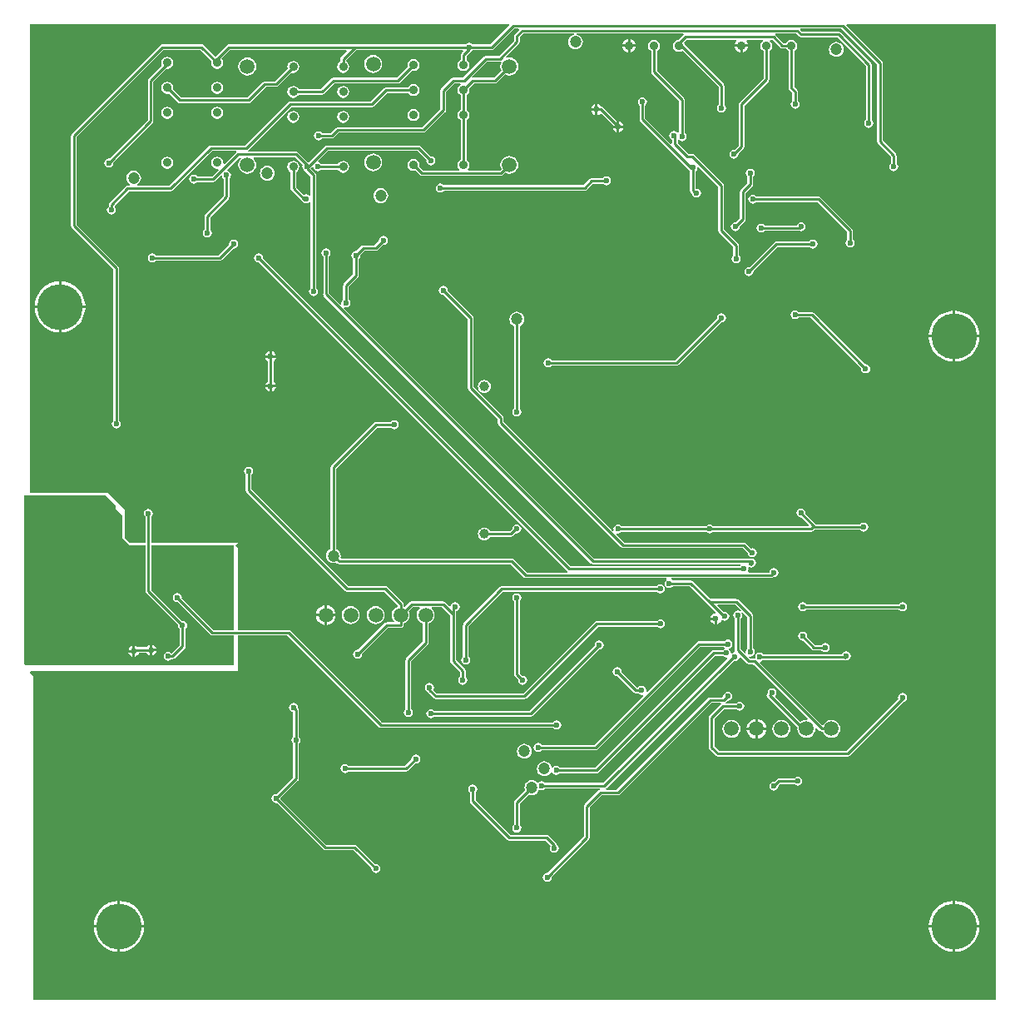
<source format=gbl>
G04*
G04 #@! TF.GenerationSoftware,Altium Limited,Altium Designer,19.0.14 (431)*
G04*
G04 Layer_Physical_Order=2*
G04 Layer_Color=16711680*
%FSLAX25Y25*%
%MOIN*%
G70*
G01*
G75*
%ADD13C,0.01000*%
%ADD82C,0.03543*%
%ADD83C,0.04724*%
%ADD84C,0.05906*%
%ADD85C,0.18307*%
%ADD86C,0.03543*%
%ADD87C,0.03937*%
%ADD88C,0.02362*%
G36*
X231943Y416690D02*
X231680Y416057D01*
X231558Y415130D01*
X231680Y414202D01*
X231958Y413532D01*
X228996Y410570D01*
X220563D01*
X220563Y410570D01*
X220349Y410528D01*
X220102Y410989D01*
X226205Y417091D01*
X231409D01*
X231410Y417091D01*
X231591Y417127D01*
X231943Y416690D01*
D02*
G37*
G36*
X430000Y41500D02*
X44500D01*
Y171000D01*
X43000Y172500D01*
X43500Y173000D01*
X126500D01*
Y187323D01*
X146177D01*
X182849Y150652D01*
X182849Y150652D01*
X183212Y150409D01*
X183642Y150323D01*
X252749D01*
X252858Y150161D01*
X253447Y149767D01*
X254142Y149629D01*
X254837Y149767D01*
X255426Y150161D01*
X255820Y150750D01*
X255958Y151445D01*
X255820Y152140D01*
X255426Y152729D01*
X254837Y153123D01*
X254142Y153261D01*
X253447Y153123D01*
X252858Y152729D01*
X252749Y152566D01*
X184106D01*
X147435Y189238D01*
X147071Y189481D01*
X146642Y189566D01*
X146642Y189566D01*
X126500D01*
Y222500D01*
X125500Y223500D01*
X126500Y224500D01*
X91673D01*
Y234828D01*
X91835Y234936D01*
X92229Y235525D01*
X92367Y236221D01*
X92229Y236915D01*
X91835Y237505D01*
X91246Y237898D01*
X90551Y238036D01*
X89856Y237898D01*
X89267Y237505D01*
X88873Y236915D01*
X88735Y236221D01*
X88873Y235525D01*
X89267Y234936D01*
X89430Y234828D01*
Y224500D01*
X83000D01*
X81000Y226500D01*
Y237642D01*
X74142Y244500D01*
X43000D01*
Y432058D01*
X235015D01*
X235207Y431596D01*
X227614Y424003D01*
X220534D01*
X220426Y424166D01*
X219837Y424560D01*
X219142Y424698D01*
X218447Y424560D01*
X217858Y424166D01*
X217749Y424003D01*
X122823D01*
X122394Y423918D01*
X122030Y423675D01*
X122030Y423675D01*
X117341Y418986D01*
X117312Y418983D01*
X112620Y423675D01*
X112256Y423918D01*
X111827Y424003D01*
X111827Y424003D01*
X96110D01*
X96110Y424003D01*
X95681Y423918D01*
X95317Y423675D01*
X95317Y423675D01*
X59849Y388206D01*
X59606Y387843D01*
X59520Y387413D01*
X59520Y387413D01*
Y351398D01*
X59520Y351398D01*
X59606Y350968D01*
X59849Y350605D01*
X76520Y333933D01*
Y273338D01*
X76358Y273229D01*
X75964Y272640D01*
X75826Y271945D01*
X75964Y271250D01*
X76358Y270661D01*
X76947Y270267D01*
X77642Y270129D01*
X78337Y270267D01*
X78926Y270661D01*
X79320Y271250D01*
X79458Y271945D01*
X79320Y272640D01*
X78926Y273229D01*
X78763Y273338D01*
Y334398D01*
X78763Y334398D01*
X78678Y334827D01*
X78435Y335191D01*
X61763Y351862D01*
Y386949D01*
X96575Y421760D01*
X111362D01*
X115854Y417269D01*
X115716Y416575D01*
X115900Y415650D01*
X116424Y414865D01*
X117209Y414341D01*
X118134Y414157D01*
X119059Y414341D01*
X119844Y414865D01*
X120368Y415650D01*
X120552Y416575D01*
X120368Y417500D01*
X119844Y418285D01*
X119841Y418314D01*
X123287Y421760D01*
X169903D01*
X170094Y421298D01*
X167801Y419006D01*
X167558Y418642D01*
X167473Y418213D01*
X167473Y418213D01*
Y417048D01*
X166885Y416655D01*
X166361Y415870D01*
X166176Y414945D01*
X166361Y414020D01*
X166885Y413235D01*
X167669Y412711D01*
X168595Y412527D01*
X169520Y412711D01*
X170304Y413235D01*
X170828Y414020D01*
X171012Y414945D01*
X170828Y415870D01*
X170304Y416655D01*
X169716Y417048D01*
Y417748D01*
X173728Y421760D01*
X216556D01*
X216748Y421298D01*
X216006Y420557D01*
X215763Y420193D01*
X215678Y419764D01*
X215678Y419764D01*
Y417788D01*
X215089Y417395D01*
X214565Y416610D01*
X214381Y415685D01*
X214565Y414760D01*
X215089Y413975D01*
X215874Y413451D01*
X216799Y413267D01*
X217724Y413451D01*
X218509Y413975D01*
X219033Y414760D01*
X219217Y415685D01*
X219033Y416610D01*
X218509Y417395D01*
X217921Y417788D01*
Y419299D01*
X219823Y421201D01*
X219837Y421204D01*
X220426Y421598D01*
X220534Y421760D01*
X228079D01*
X228079Y421760D01*
X228508Y421846D01*
X228872Y422089D01*
X237161Y430378D01*
X238841D01*
X239048Y429878D01*
X237349Y428179D01*
X237105Y427815D01*
X237020Y427386D01*
X237020Y427386D01*
Y425409D01*
X230945Y419334D01*
X225740D01*
X225740Y419334D01*
X225311Y419249D01*
X224947Y419006D01*
X224947Y419006D01*
X216512Y410570D01*
X212598D01*
X212169Y410485D01*
X211805Y410242D01*
X211805Y410242D01*
X207868Y406305D01*
X207625Y405941D01*
X207540Y405512D01*
X207540Y405512D01*
Y398102D01*
X200323Y390885D01*
X166406D01*
X166405Y390885D01*
X165976Y390800D01*
X165612Y390557D01*
X165612Y390557D01*
X163559Y388503D01*
X160129D01*
X160020Y388666D01*
X159431Y389060D01*
X158736Y389198D01*
X158041Y389060D01*
X157452Y388666D01*
X157059Y388077D01*
X156920Y387382D01*
X157059Y386687D01*
X157452Y386098D01*
X158041Y385704D01*
X158736Y385566D01*
X159431Y385704D01*
X160020Y386098D01*
X160129Y386260D01*
X164024D01*
X164024Y386260D01*
X164453Y386346D01*
X164817Y386589D01*
X166870Y388642D01*
X200787D01*
X200787Y388642D01*
X201217Y388728D01*
X201581Y388971D01*
X209454Y396845D01*
X209454Y396845D01*
X209698Y397209D01*
X209783Y397638D01*
X209783Y397638D01*
Y405047D01*
X213063Y408327D01*
X215585D01*
X215737Y407827D01*
X215089Y407395D01*
X214565Y406610D01*
X214381Y405685D01*
X214565Y404760D01*
X215089Y403975D01*
X215678Y403582D01*
Y397788D01*
X215089Y397395D01*
X214565Y396610D01*
X214381Y395685D01*
X214565Y394760D01*
X215089Y393975D01*
X215678Y393582D01*
Y377788D01*
X215089Y377395D01*
X214565Y376610D01*
X214381Y375685D01*
X214565Y374760D01*
X215060Y374019D01*
X214941Y373519D01*
X200551D01*
X199079Y374991D01*
X199217Y375685D01*
X199033Y376610D01*
X198509Y377395D01*
X197724Y377919D01*
X196799Y378103D01*
X195874Y377919D01*
X195089Y377395D01*
X194565Y376610D01*
X194381Y375685D01*
X194565Y374760D01*
X195089Y373975D01*
X195874Y373451D01*
X196799Y373267D01*
X197493Y373405D01*
X199293Y371605D01*
X199294Y371605D01*
X199657Y371361D01*
X200087Y371276D01*
X200087Y371276D01*
X231780D01*
X231780Y371276D01*
X232209Y371361D01*
X232573Y371605D01*
X233544Y372576D01*
X234214Y372299D01*
X235142Y372176D01*
X236069Y372299D01*
X236933Y372656D01*
X237676Y373226D01*
X238245Y373968D01*
X238603Y374832D01*
X238725Y375760D01*
X238603Y376687D01*
X238245Y377552D01*
X237676Y378294D01*
X236933Y378863D01*
X236069Y379221D01*
X235142Y379343D01*
X234214Y379221D01*
X233350Y378863D01*
X232608Y378294D01*
X232038Y377552D01*
X231680Y376687D01*
X231558Y375760D01*
X231680Y374832D01*
X231958Y374162D01*
X231315Y373519D01*
X218658D01*
X218538Y374019D01*
X219033Y374760D01*
X219217Y375685D01*
X219033Y376610D01*
X218509Y377395D01*
X217921Y377788D01*
Y393582D01*
X218509Y393975D01*
X219033Y394760D01*
X219217Y395685D01*
X219033Y396610D01*
X218509Y397395D01*
X217921Y397788D01*
Y403582D01*
X218509Y403975D01*
X219033Y404760D01*
X219217Y405685D01*
X219079Y406379D01*
X221028Y408327D01*
X229461D01*
X229461Y408327D01*
X229890Y408413D01*
X230254Y408656D01*
X233544Y411946D01*
X234214Y411669D01*
X235142Y411547D01*
X236069Y411669D01*
X236933Y412027D01*
X237676Y412596D01*
X238245Y413338D01*
X238603Y414202D01*
X238725Y415130D01*
X238603Y416057D01*
X238245Y416922D01*
X237676Y417664D01*
X236933Y418233D01*
X236069Y418591D01*
X235142Y418713D01*
X234214Y418591D01*
X233987Y418497D01*
X233704Y418921D01*
X238935Y424152D01*
X238935Y424152D01*
X239178Y424516D01*
X239263Y424945D01*
X239263Y424945D01*
Y426921D01*
X240721Y428378D01*
X261197D01*
X261230Y427878D01*
X260868Y427831D01*
X260148Y427532D01*
X259529Y427058D01*
X259054Y426439D01*
X258756Y425718D01*
X258654Y424945D01*
X258756Y424172D01*
X259054Y423451D01*
X259529Y422832D01*
X260148Y422357D01*
X260868Y422059D01*
X261642Y421957D01*
X262415Y422059D01*
X263136Y422357D01*
X263754Y422832D01*
X264229Y423451D01*
X264528Y424172D01*
X264630Y424945D01*
X264528Y425718D01*
X264229Y426439D01*
X263754Y427058D01*
X263136Y427532D01*
X262415Y427831D01*
X262053Y427878D01*
X262086Y428378D01*
X304880D01*
X305032Y427878D01*
X304904Y427793D01*
X304904Y427793D01*
X302932Y425821D01*
X302216Y425679D01*
X301432Y425155D01*
X300908Y424370D01*
X300724Y423445D01*
X300908Y422519D01*
X301432Y421735D01*
X302216Y421211D01*
X303142Y421027D01*
X304067Y421211D01*
X304500Y421500D01*
X319020Y406980D01*
Y399838D01*
X318858Y399729D01*
X318464Y399140D01*
X318326Y398445D01*
X318464Y397750D01*
X318858Y397161D01*
X319447Y396767D01*
X320142Y396629D01*
X320837Y396767D01*
X321426Y397161D01*
X321819Y397750D01*
X321958Y398445D01*
X321819Y399140D01*
X321426Y399729D01*
X321263Y399838D01*
Y407445D01*
X321263Y407445D01*
X321178Y407874D01*
X320935Y408238D01*
X305518Y423655D01*
X305376Y424370D01*
X305086Y424803D01*
X306161Y425878D01*
X325939D01*
X326095Y425563D01*
X326132Y425378D01*
X325721Y424843D01*
X325441Y424168D01*
X325412Y423945D01*
X328142D01*
X330872D01*
X330842Y424168D01*
X330563Y424843D01*
X330152Y425378D01*
X330188Y425563D01*
X330345Y425878D01*
X336615D01*
X336767Y425378D01*
X336432Y425155D01*
X335908Y424370D01*
X335724Y423445D01*
X335908Y422519D01*
X336432Y421735D01*
X337020Y421342D01*
Y410409D01*
X327349Y400738D01*
X327105Y400374D01*
X327020Y399945D01*
X327020Y399945D01*
Y383410D01*
X325333Y381723D01*
X325142Y381761D01*
X324447Y381623D01*
X323858Y381229D01*
X323464Y380640D01*
X323326Y379945D01*
X323464Y379250D01*
X323858Y378661D01*
X324447Y378267D01*
X325142Y378129D01*
X325837Y378267D01*
X326426Y378661D01*
X326819Y379250D01*
X326958Y379945D01*
X326920Y380137D01*
X328935Y382152D01*
X329178Y382516D01*
X329263Y382945D01*
X329263Y382945D01*
Y399480D01*
X338935Y409152D01*
X338935Y409152D01*
X339178Y409516D01*
X339263Y409945D01*
X339263Y409945D01*
Y421342D01*
X339852Y421735D01*
X340376Y422519D01*
X340560Y423445D01*
X340376Y424370D01*
X339852Y425155D01*
X339517Y425378D01*
X339668Y425878D01*
X340535D01*
X343762Y422652D01*
X343762Y422652D01*
X344126Y422409D01*
X344555Y422323D01*
X344555Y422323D01*
X346039D01*
X346432Y421735D01*
X347020Y421342D01*
Y406445D01*
X347020Y406445D01*
X347106Y406016D01*
X347349Y405652D01*
X348520Y404480D01*
Y401338D01*
X348358Y401229D01*
X347964Y400640D01*
X347826Y399945D01*
X347964Y399250D01*
X348358Y398661D01*
X348947Y398267D01*
X349642Y398129D01*
X350337Y398267D01*
X350926Y398661D01*
X351320Y399250D01*
X351458Y399945D01*
X351320Y400640D01*
X350926Y401229D01*
X350763Y401338D01*
Y404945D01*
X350763Y404945D01*
X350678Y405374D01*
X350435Y405738D01*
X349263Y406910D01*
Y421342D01*
X349852Y421735D01*
X350376Y422519D01*
X350560Y423445D01*
X350376Y424370D01*
X349852Y425155D01*
X349067Y425679D01*
X348142Y425863D01*
X347216Y425679D01*
X346432Y425155D01*
X346039Y424566D01*
X345020D01*
X341793Y427793D01*
X341665Y427878D01*
X341817Y428378D01*
X350035D01*
X351207Y427207D01*
X351571Y426964D01*
X352000Y426878D01*
X352000Y426878D01*
X366535D01*
X378020Y415394D01*
Y393751D01*
X377858Y393642D01*
X377464Y393053D01*
X377326Y392358D01*
X377464Y391663D01*
X377858Y391074D01*
X378447Y390681D01*
X379142Y390542D01*
X379837Y390681D01*
X380426Y391074D01*
X380820Y391663D01*
X380958Y392358D01*
X380820Y393053D01*
X380426Y393642D01*
X380263Y393751D01*
Y415858D01*
X380263Y415858D01*
X380178Y416288D01*
X379935Y416651D01*
X367793Y428793D01*
X367429Y429036D01*
X367000Y429122D01*
X367000Y429122D01*
X352465D01*
X351708Y429878D01*
X351915Y430378D01*
X368122D01*
X382520Y415980D01*
Y384945D01*
X382520Y384945D01*
X382606Y384516D01*
X382849Y384152D01*
X388014Y378987D01*
Y376338D01*
X387851Y376229D01*
X387457Y375640D01*
X387319Y374945D01*
X387457Y374250D01*
X387851Y373661D01*
X388440Y373267D01*
X389135Y373129D01*
X389830Y373267D01*
X390419Y373661D01*
X390813Y374250D01*
X390951Y374945D01*
X390813Y375640D01*
X390419Y376229D01*
X390257Y376338D01*
Y379451D01*
X390257Y379451D01*
X390171Y379881D01*
X389928Y380245D01*
X384763Y385409D01*
Y416445D01*
X384678Y416874D01*
X384435Y417238D01*
X384435Y417238D01*
X370077Y431596D01*
X370268Y432058D01*
X430000D01*
Y41500D01*
D02*
G37*
G36*
X77520Y239480D02*
Y237742D01*
X80000Y235262D01*
Y226500D01*
X83000Y223500D01*
X89430D01*
Y205035D01*
X89430Y205035D01*
X89515Y204606D01*
X89758Y204242D01*
X102460Y191540D01*
X102434Y191409D01*
X102572Y190714D01*
X102966Y190125D01*
X103128Y190016D01*
Y183455D01*
X99885Y180212D01*
X99709Y180229D01*
X99120Y180623D01*
X98425Y180761D01*
X97730Y180623D01*
X97141Y180229D01*
X96747Y179640D01*
X96609Y178945D01*
X96747Y178250D01*
X97141Y177661D01*
X97730Y177267D01*
X98425Y177129D01*
X99120Y177267D01*
X99709Y177661D01*
X99818Y177823D01*
X100205D01*
X100205Y177823D01*
X100634Y177909D01*
X100998Y178152D01*
X105043Y182197D01*
X105286Y182561D01*
X105372Y182990D01*
X105372Y182990D01*
Y190016D01*
X105534Y190125D01*
X105928Y190714D01*
X106066Y191409D01*
X105928Y192104D01*
X105534Y192693D01*
X104945Y193087D01*
X104250Y193225D01*
X103998Y193175D01*
X91673Y205500D01*
Y223500D01*
X124375D01*
X124792Y223298D01*
Y189566D01*
X116606D01*
X103920Y202253D01*
X103958Y202445D01*
X103820Y203140D01*
X103426Y203729D01*
X102837Y204123D01*
X102142Y204261D01*
X101447Y204123D01*
X100858Y203729D01*
X100464Y203140D01*
X100326Y202445D01*
X100464Y201750D01*
X100858Y201161D01*
X101447Y200767D01*
X102142Y200629D01*
X102333Y200667D01*
X115349Y187652D01*
X115712Y187409D01*
X116142Y187323D01*
X116142Y187323D01*
X124792D01*
Y175500D01*
X41463D01*
X41463Y175500D01*
X40819Y176144D01*
Y243500D01*
X73500D01*
X73500Y243500D01*
X77520Y239480D01*
D02*
G37*
%LPC*%
G36*
X283642Y426175D02*
Y423945D01*
X285872D01*
X285842Y424168D01*
X285563Y424843D01*
X285119Y425422D01*
X284540Y425866D01*
X283865Y426145D01*
X283642Y426175D01*
D02*
G37*
G36*
X282642D02*
X282418Y426145D01*
X281744Y425866D01*
X281165Y425422D01*
X280721Y424843D01*
X280441Y424168D01*
X280412Y423945D01*
X282642D01*
Y426175D01*
D02*
G37*
G36*
X327642Y422945D02*
X325412D01*
X325441Y422721D01*
X325721Y422047D01*
X326165Y421468D01*
X326744Y421024D01*
X327418Y420745D01*
X327642Y420715D01*
Y422945D01*
D02*
G37*
G36*
X282642D02*
X280412D01*
X280441Y422721D01*
X280721Y422047D01*
X281165Y421468D01*
X281744Y421024D01*
X282418Y420745D01*
X282642Y420715D01*
Y422945D01*
D02*
G37*
G36*
X330872D02*
X328642D01*
Y420715D01*
X328865Y420745D01*
X329539Y421024D01*
X330118Y421468D01*
X330563Y422047D01*
X330842Y422721D01*
X330872Y422945D01*
D02*
G37*
G36*
X285872D02*
X283642D01*
Y420715D01*
X283865Y420745D01*
X284540Y421024D01*
X285119Y421468D01*
X285563Y422047D01*
X285842Y422721D01*
X285872Y422945D01*
D02*
G37*
G36*
X366142Y424933D02*
X365368Y424831D01*
X364648Y424532D01*
X364029Y424057D01*
X363554Y423439D01*
X363256Y422718D01*
X363154Y421945D01*
X363256Y421172D01*
X363554Y420451D01*
X364029Y419832D01*
X364648Y419357D01*
X365368Y419059D01*
X366142Y418957D01*
X366915Y419059D01*
X367636Y419357D01*
X368254Y419832D01*
X368729Y420451D01*
X369028Y421172D01*
X369129Y421945D01*
X369028Y422718D01*
X368729Y423439D01*
X368254Y424057D01*
X367636Y424532D01*
X366915Y424831D01*
X366142Y424933D01*
D02*
G37*
G36*
X98134Y418993D02*
X97209Y418809D01*
X96424Y418285D01*
X95900Y417500D01*
X95716Y416575D01*
X95900Y415650D01*
X95960Y415560D01*
X90642Y410242D01*
X90399Y409878D01*
X90313Y409449D01*
X90313Y409449D01*
Y393703D01*
X74834Y378223D01*
X74642Y378261D01*
X73947Y378123D01*
X73358Y377729D01*
X72964Y377140D01*
X72826Y376445D01*
X72964Y375750D01*
X73358Y375161D01*
X73947Y374767D01*
X74642Y374629D01*
X75337Y374767D01*
X75926Y375161D01*
X76319Y375750D01*
X76458Y376445D01*
X76420Y376637D01*
X92228Y392445D01*
X92228Y392445D01*
X92471Y392809D01*
X92556Y393238D01*
Y408984D01*
X97796Y414224D01*
X98134Y414157D01*
X99059Y414341D01*
X99844Y414865D01*
X100368Y415650D01*
X100552Y416575D01*
X100368Y417500D01*
X99844Y418285D01*
X99059Y418809D01*
X98134Y418993D01*
D02*
G37*
G36*
X196799Y418103D02*
X195874Y417919D01*
X195089Y417395D01*
X194565Y416610D01*
X194381Y415685D01*
X194519Y414991D01*
X190098Y410570D01*
X164642D01*
X164213Y410485D01*
X163849Y410242D01*
X163849Y410242D01*
X159673Y406066D01*
X150697D01*
X150304Y406655D01*
X149520Y407179D01*
X148594Y407363D01*
X147669Y407179D01*
X146885Y406655D01*
X146361Y405870D01*
X146177Y404945D01*
X146361Y404020D01*
X146885Y403235D01*
X147669Y402711D01*
X148594Y402527D01*
X149520Y402711D01*
X150304Y403235D01*
X150697Y403823D01*
X160138D01*
X160138Y403823D01*
X160567Y403909D01*
X160931Y404152D01*
X165106Y408327D01*
X190563D01*
X190563Y408327D01*
X190992Y408413D01*
X191356Y408656D01*
X196105Y413405D01*
X196799Y413267D01*
X197724Y413451D01*
X198509Y413975D01*
X199033Y414760D01*
X199217Y415685D01*
X199033Y416610D01*
X198509Y417395D01*
X197724Y417919D01*
X196799Y418103D01*
D02*
G37*
G36*
X180642Y419713D02*
X179714Y419591D01*
X178850Y419233D01*
X178108Y418664D01*
X177538Y417922D01*
X177180Y417057D01*
X177058Y416130D01*
X177180Y415203D01*
X177538Y414338D01*
X178108Y413596D01*
X178850Y413027D01*
X179714Y412669D01*
X180642Y412546D01*
X181569Y412669D01*
X182433Y413027D01*
X183176Y413596D01*
X183745Y414338D01*
X184103Y415203D01*
X184225Y416130D01*
X184103Y417057D01*
X183745Y417922D01*
X183176Y418664D01*
X182433Y419233D01*
X181569Y419591D01*
X180642Y419713D01*
D02*
G37*
G36*
X148594Y417363D02*
X147669Y417179D01*
X146885Y416655D01*
X146361Y415870D01*
X146177Y414945D01*
X146315Y414251D01*
X141268Y409204D01*
X137150D01*
X137150Y409204D01*
X136720Y409119D01*
X136356Y408876D01*
X136356Y408876D01*
X130177Y402696D01*
X103598D01*
X100414Y405881D01*
X100552Y406575D01*
X100368Y407500D01*
X99844Y408285D01*
X99059Y408809D01*
X98134Y408993D01*
X97209Y408809D01*
X96424Y408285D01*
X95900Y407500D01*
X95716Y406575D01*
X95900Y405650D01*
X96424Y404865D01*
X97209Y404341D01*
X98134Y404157D01*
X98828Y404295D01*
X102341Y400782D01*
X102341Y400782D01*
X102705Y400539D01*
X103134Y400453D01*
X103134Y400453D01*
X130642D01*
X130642Y400453D01*
X131071Y400539D01*
X131435Y400782D01*
X137614Y406961D01*
X141732D01*
X141732Y406961D01*
X142162Y407047D01*
X142525Y407290D01*
X147901Y412665D01*
X148594Y412527D01*
X149520Y412711D01*
X150304Y413235D01*
X150828Y414020D01*
X151012Y414945D01*
X150828Y415870D01*
X150304Y416655D01*
X149520Y417179D01*
X148594Y417363D01*
D02*
G37*
G36*
X130142Y418713D02*
X129214Y418591D01*
X128350Y418233D01*
X127608Y417664D01*
X127038Y416922D01*
X126680Y416057D01*
X126558Y415130D01*
X126680Y414202D01*
X127038Y413338D01*
X127608Y412596D01*
X128350Y412027D01*
X129214Y411669D01*
X130142Y411547D01*
X131069Y411669D01*
X131933Y412027D01*
X132676Y412596D01*
X133245Y413338D01*
X133603Y414202D01*
X133725Y415130D01*
X133603Y416057D01*
X133245Y416922D01*
X132676Y417664D01*
X131933Y418233D01*
X131069Y418591D01*
X130142Y418713D01*
D02*
G37*
G36*
X118134Y408993D02*
X117209Y408809D01*
X116424Y408285D01*
X115900Y407500D01*
X115716Y406575D01*
X115900Y405650D01*
X116424Y404865D01*
X117209Y404341D01*
X118134Y404157D01*
X119059Y404341D01*
X119844Y404865D01*
X120368Y405650D01*
X120552Y406575D01*
X120368Y407500D01*
X119844Y408285D01*
X119059Y408809D01*
X118134Y408993D01*
D02*
G37*
G36*
X196799Y408103D02*
X195874Y407919D01*
X195089Y407395D01*
X194696Y406807D01*
X185752D01*
X185323Y406721D01*
X184959Y406478D01*
X184959Y406478D01*
X179547Y401066D01*
X147331D01*
X147331Y401066D01*
X146902Y400981D01*
X146538Y400738D01*
X146538Y400738D01*
X129366Y383566D01*
X115642D01*
X115642Y383566D01*
X115213Y383481D01*
X114849Y383238D01*
X114849Y383238D01*
X99016Y367405D01*
X86337D01*
X86213Y367683D01*
X86198Y367905D01*
X86754Y368332D01*
X87229Y368951D01*
X87528Y369672D01*
X87629Y370445D01*
X87528Y371218D01*
X87229Y371939D01*
X86754Y372557D01*
X86136Y373032D01*
X85415Y373331D01*
X84642Y373433D01*
X83868Y373331D01*
X83148Y373032D01*
X82529Y372557D01*
X82054Y371939D01*
X81756Y371218D01*
X81654Y370445D01*
X81756Y369672D01*
X82054Y368951D01*
X82529Y368332D01*
X83086Y367905D01*
X83070Y367683D01*
X82947Y367405D01*
X82205D01*
X82205Y367405D01*
X81776Y367320D01*
X81412Y367077D01*
X81412Y367077D01*
X74943Y360607D01*
X74699Y360243D01*
X74614Y359814D01*
X74614Y359814D01*
Y358998D01*
X74452Y358890D01*
X74058Y358301D01*
X73920Y357606D01*
X74058Y356911D01*
X74452Y356322D01*
X75041Y355928D01*
X75736Y355790D01*
X76431Y355928D01*
X77020Y356322D01*
X77413Y356911D01*
X77552Y357606D01*
X77413Y358301D01*
X77020Y358890D01*
X76995Y358906D01*
X76957Y359450D01*
X82670Y365162D01*
X99480D01*
X99480Y365162D01*
X99910Y365247D01*
X100274Y365491D01*
X116106Y381323D01*
X125667D01*
X125819Y380823D01*
X125691Y380738D01*
X125691Y380738D01*
X120946Y375992D01*
X120485Y376239D01*
X120552Y376575D01*
X120368Y377500D01*
X119844Y378285D01*
X119059Y378809D01*
X118134Y378993D01*
X117209Y378809D01*
X116424Y378285D01*
X115900Y377500D01*
X115716Y376575D01*
X115900Y375649D01*
X116424Y374865D01*
X117209Y374341D01*
X118134Y374157D01*
X118470Y374224D01*
X118716Y373763D01*
X116083Y371129D01*
X110034D01*
X109926Y371292D01*
X109337Y371686D01*
X108642Y371824D01*
X107947Y371686D01*
X107358Y371292D01*
X106964Y370703D01*
X106826Y370008D01*
X106964Y369313D01*
X107358Y368724D01*
X107947Y368330D01*
X108642Y368192D01*
X109337Y368330D01*
X109926Y368724D01*
X110034Y368886D01*
X116547D01*
X116547Y368886D01*
X116976Y368972D01*
X117340Y369215D01*
X119563Y371437D01*
X120106Y371273D01*
X120184Y370876D01*
X120578Y370287D01*
X120741Y370178D01*
Y363385D01*
X113380Y356025D01*
X113137Y355661D01*
X113052Y355232D01*
X113052Y355232D01*
Y349838D01*
X112889Y349729D01*
X112496Y349140D01*
X112357Y348445D01*
X112496Y347750D01*
X112889Y347161D01*
X113478Y346767D01*
X114173Y346629D01*
X114868Y346767D01*
X115457Y347161D01*
X115851Y347750D01*
X115989Y348445D01*
X115851Y349140D01*
X115457Y349729D01*
X115295Y349838D01*
Y354767D01*
X122655Y362128D01*
X122655Y362128D01*
X122898Y362492D01*
X122984Y362921D01*
X122984Y362921D01*
Y370178D01*
X123146Y370287D01*
X123540Y370876D01*
X123678Y371571D01*
X123540Y372266D01*
X123146Y372855D01*
X122557Y373249D01*
X122160Y373328D01*
X121996Y373870D01*
X126949Y378823D01*
X127520D01*
X127681Y378350D01*
X127608Y378294D01*
X127038Y377552D01*
X126680Y376687D01*
X126558Y375760D01*
X126680Y374832D01*
X127038Y373968D01*
X127608Y373226D01*
X128350Y372656D01*
X129214Y372299D01*
X130142Y372176D01*
X131069Y372299D01*
X131933Y372656D01*
X132676Y373226D01*
X133245Y373968D01*
X133603Y374832D01*
X133725Y375760D01*
X133603Y376687D01*
X133245Y377552D01*
X132676Y378294D01*
X132602Y378350D01*
X132763Y378823D01*
X149142D01*
X152262Y375703D01*
X152139Y375084D01*
X152277Y374389D01*
X152671Y373800D01*
X153153Y373478D01*
X153162Y373465D01*
X155520Y371106D01*
Y363499D01*
X155020Y363348D01*
X154926Y363489D01*
X154337Y363882D01*
X153642Y364021D01*
X152947Y363882D01*
X152756Y363755D01*
X149716Y366795D01*
Y372842D01*
X150304Y373235D01*
X150828Y374020D01*
X151012Y374945D01*
X150828Y375870D01*
X150304Y376655D01*
X149520Y377179D01*
X148594Y377363D01*
X147669Y377179D01*
X146885Y376655D01*
X146361Y375870D01*
X146177Y374945D01*
X146361Y374020D01*
X146885Y373235D01*
X147473Y372842D01*
Y366331D01*
X147473Y366331D01*
X147558Y365902D01*
X147801Y365538D01*
X151927Y361412D01*
X152112Y361289D01*
X152358Y360921D01*
X152947Y360527D01*
X153642Y360389D01*
X154337Y360527D01*
X154926Y360921D01*
X155020Y361062D01*
X155520Y360910D01*
Y326338D01*
X155358Y326229D01*
X154964Y325640D01*
X154826Y324945D01*
X154964Y324250D01*
X155358Y323661D01*
X155947Y323267D01*
X156642Y323129D01*
X157337Y323267D01*
X157926Y323661D01*
X158319Y324250D01*
X158458Y324945D01*
X158319Y325640D01*
X157926Y326229D01*
X157763Y326338D01*
Y371571D01*
X157763Y371571D01*
X157678Y372000D01*
X157435Y372364D01*
X157435Y372364D01*
X155543Y374255D01*
X155553Y374270D01*
X156209Y374926D01*
X156726Y374736D01*
X156822Y374250D01*
X157216Y373661D01*
X157805Y373267D01*
X158500Y373129D01*
X159195Y373267D01*
X159784Y373661D01*
X159893Y373823D01*
X166492D01*
X166885Y373235D01*
X167669Y372711D01*
X168595Y372527D01*
X169520Y372711D01*
X170304Y373235D01*
X170828Y374020D01*
X171012Y374945D01*
X170828Y375870D01*
X170304Y376655D01*
X169520Y377179D01*
X168595Y377363D01*
X167669Y377179D01*
X166885Y376655D01*
X166492Y376066D01*
X159893D01*
X159784Y376229D01*
X159195Y376623D01*
X158709Y376719D01*
X158519Y377236D01*
X162606Y381323D01*
X198177D01*
X201927Y377574D01*
X201889Y377382D01*
X202027Y376687D01*
X202421Y376098D01*
X203010Y375704D01*
X203705Y375566D01*
X204400Y375704D01*
X204989Y376098D01*
X205382Y376687D01*
X205521Y377382D01*
X205382Y378077D01*
X204989Y378666D01*
X204400Y379060D01*
X203705Y379198D01*
X203513Y379160D01*
X199435Y383238D01*
X199071Y383481D01*
X198642Y383566D01*
X198642Y383566D01*
X162142D01*
X162142Y383566D01*
X161713Y383481D01*
X161349Y383238D01*
X161349Y383238D01*
X154783Y376673D01*
X154650Y376762D01*
X154307Y376830D01*
X150399Y380738D01*
X150036Y380981D01*
X149606Y381066D01*
X149606Y381066D01*
X130648D01*
X130496Y381566D01*
X130624Y381652D01*
X147795Y398823D01*
X180012D01*
X180012Y398823D01*
X180441Y398909D01*
X180805Y399152D01*
X186216Y404564D01*
X194696D01*
X195089Y403975D01*
X195874Y403451D01*
X196799Y403267D01*
X197724Y403451D01*
X198509Y403975D01*
X199033Y404760D01*
X199217Y405685D01*
X199033Y406610D01*
X198509Y407395D01*
X197724Y407919D01*
X196799Y408103D01*
D02*
G37*
G36*
X168595Y407363D02*
X167669Y407179D01*
X166885Y406655D01*
X166361Y405870D01*
X166176Y404945D01*
X166361Y404020D01*
X166885Y403235D01*
X167669Y402711D01*
X168595Y402527D01*
X169520Y402711D01*
X170304Y403235D01*
X170828Y404020D01*
X171012Y404945D01*
X170828Y405870D01*
X170304Y406655D01*
X169520Y407179D01*
X168595Y407363D01*
D02*
G37*
G36*
X269579Y400054D02*
X269228Y399984D01*
X268506Y399502D01*
X268024Y398780D01*
X267954Y398429D01*
X269579D01*
Y400054D01*
D02*
G37*
G36*
Y397429D02*
X267954D01*
X268024Y397078D01*
X268506Y396357D01*
X269228Y395875D01*
X269579Y395805D01*
Y397429D01*
D02*
G37*
G36*
X118134Y398993D02*
X117209Y398809D01*
X116424Y398285D01*
X115900Y397500D01*
X115716Y396575D01*
X115900Y395650D01*
X116424Y394865D01*
X117209Y394341D01*
X118134Y394157D01*
X119059Y394341D01*
X119844Y394865D01*
X120368Y395650D01*
X120552Y396575D01*
X120368Y397500D01*
X119844Y398285D01*
X119059Y398809D01*
X118134Y398993D01*
D02*
G37*
G36*
X98134D02*
X97209Y398809D01*
X96424Y398285D01*
X95900Y397500D01*
X95716Y396575D01*
X95900Y395650D01*
X96424Y394865D01*
X97209Y394341D01*
X98134Y394157D01*
X99059Y394341D01*
X99844Y394865D01*
X100368Y395650D01*
X100552Y396575D01*
X100368Y397500D01*
X99844Y398285D01*
X99059Y398809D01*
X98134Y398993D01*
D02*
G37*
G36*
X196799Y398103D02*
X195874Y397919D01*
X195089Y397395D01*
X194565Y396610D01*
X194381Y395685D01*
X194565Y394760D01*
X195089Y393975D01*
X195874Y393451D01*
X196799Y393267D01*
X197724Y393451D01*
X198509Y393975D01*
X199033Y394760D01*
X199217Y395685D01*
X199033Y396610D01*
X198509Y397395D01*
X197724Y397919D01*
X196799Y398103D01*
D02*
G37*
G36*
X168595Y397363D02*
X167669Y397179D01*
X166885Y396655D01*
X166361Y395870D01*
X166176Y394945D01*
X166361Y394020D01*
X166885Y393235D01*
X167669Y392711D01*
X168595Y392527D01*
X169520Y392711D01*
X170304Y393235D01*
X170828Y394020D01*
X171012Y394945D01*
X170828Y395870D01*
X170304Y396655D01*
X169520Y397179D01*
X168595Y397363D01*
D02*
G37*
G36*
X148594D02*
X147669Y397179D01*
X146885Y396655D01*
X146361Y395870D01*
X146177Y394945D01*
X146361Y394020D01*
X146885Y393235D01*
X147669Y392711D01*
X148594Y392527D01*
X149520Y392711D01*
X150304Y393235D01*
X150828Y394020D01*
X151012Y394945D01*
X150828Y395870D01*
X150304Y396655D01*
X149520Y397179D01*
X148594Y397363D01*
D02*
G37*
G36*
X279217Y393101D02*
Y391476D01*
X280841D01*
X280771Y391827D01*
X280289Y392549D01*
X279568Y393031D01*
X279217Y393101D01*
D02*
G37*
G36*
X270579Y400054D02*
Y397929D01*
Y395805D01*
X270930Y395875D01*
X271651Y396357D01*
X271830Y396374D01*
X276615Y391590D01*
X276592Y391476D01*
X278217D01*
Y393160D01*
X272655Y398722D01*
X272291Y398965D01*
X271967Y399030D01*
X271651Y399502D01*
X270930Y399984D01*
X270579Y400054D01*
D02*
G37*
G36*
X280841Y390476D02*
X279217D01*
Y388852D01*
X279568Y388922D01*
X280289Y389404D01*
X280771Y390125D01*
X280841Y390476D01*
D02*
G37*
G36*
X278217D02*
X276592D01*
X276662Y390125D01*
X277144Y389404D01*
X277866Y388922D01*
X278217Y388852D01*
Y390476D01*
D02*
G37*
G36*
X293142Y425863D02*
X292216Y425679D01*
X291432Y425155D01*
X290908Y424370D01*
X290724Y423445D01*
X290908Y422519D01*
X291432Y421735D01*
X292020Y421342D01*
Y412945D01*
X292020Y412945D01*
X292106Y412516D01*
X292349Y412152D01*
X303212Y401288D01*
Y388791D01*
X302973Y388578D01*
X302362Y388667D01*
X302284Y388784D01*
X301695Y389178D01*
X301000Y389316D01*
X300305Y389178D01*
X299716Y388784D01*
X299322Y388195D01*
X299184Y387500D01*
X299322Y386805D01*
X299716Y386216D01*
X300305Y385822D01*
X300378Y385808D01*
Y384261D01*
X299879Y384054D01*
X289566Y394366D01*
Y399552D01*
X289729Y399661D01*
X290123Y400250D01*
X290261Y400945D01*
X290123Y401640D01*
X289729Y402229D01*
X289140Y402623D01*
X288445Y402761D01*
X287750Y402623D01*
X287161Y402229D01*
X286767Y401640D01*
X286629Y400945D01*
X286767Y400250D01*
X287161Y399661D01*
X287323Y399552D01*
Y393902D01*
X287323Y393902D01*
X287409Y393472D01*
X287652Y393109D01*
X306982Y373778D01*
X306982Y373778D01*
X307067Y373721D01*
X307358Y373287D01*
X307520Y373178D01*
Y365398D01*
X307520Y365398D01*
X307606Y364968D01*
X307849Y364605D01*
X308491Y363962D01*
X308543Y363703D01*
X308936Y363113D01*
X309525Y362720D01*
X310221Y362582D01*
X310915Y362720D01*
X311505Y363113D01*
X311898Y363703D01*
X312036Y364398D01*
X311898Y365093D01*
X311505Y365682D01*
X310915Y366075D01*
X310221Y366214D01*
X310150Y366200D01*
X309763Y366517D01*
Y373178D01*
X309926Y373287D01*
X310319Y373876D01*
X310458Y374571D01*
X310414Y374793D01*
X310874Y375040D01*
X318879Y367035D01*
Y349500D01*
X318878Y349500D01*
X318964Y349071D01*
X319207Y348707D01*
X324879Y343035D01*
Y339491D01*
X324716Y339383D01*
X324322Y338793D01*
X324184Y338098D01*
X324322Y337403D01*
X324716Y336814D01*
X325305Y336421D01*
X326000Y336282D01*
X326695Y336421D01*
X327284Y336814D01*
X327678Y337403D01*
X327816Y338098D01*
X327678Y338793D01*
X327284Y339383D01*
X327121Y339491D01*
Y343500D01*
X327122Y343500D01*
X327036Y343929D01*
X326793Y344293D01*
X326793Y344293D01*
X321122Y349965D01*
Y367500D01*
X321122Y367500D01*
X321036Y367929D01*
X320793Y368293D01*
X320793Y368293D01*
X309293Y379793D01*
X308929Y380036D01*
X308500Y380122D01*
X308500Y380121D01*
X306965D01*
X302622Y384465D01*
Y385447D01*
X302835Y385576D01*
X303121Y385658D01*
X303639Y385312D01*
X304334Y385174D01*
X305029Y385312D01*
X305618Y385706D01*
X306012Y386295D01*
X306150Y386990D01*
X306012Y387685D01*
X305618Y388274D01*
X305455Y388383D01*
Y401753D01*
X305455Y401753D01*
X305370Y402182D01*
X305127Y402546D01*
X305127Y402546D01*
X294263Y413410D01*
Y421342D01*
X294852Y421735D01*
X295376Y422519D01*
X295560Y423445D01*
X295376Y424370D01*
X294852Y425155D01*
X294067Y425679D01*
X293142Y425863D01*
D02*
G37*
G36*
X98134Y378993D02*
X97209Y378809D01*
X96424Y378285D01*
X95900Y377500D01*
X95716Y376575D01*
X95900Y375649D01*
X96424Y374865D01*
X97209Y374341D01*
X98134Y374157D01*
X99059Y374341D01*
X99844Y374865D01*
X100368Y375649D01*
X100552Y376575D01*
X100368Y377500D01*
X99844Y378285D01*
X99059Y378809D01*
X98134Y378993D01*
D02*
G37*
G36*
X180642Y380343D02*
X179714Y380221D01*
X178850Y379863D01*
X178108Y379294D01*
X177538Y378552D01*
X177180Y377687D01*
X177058Y376760D01*
X177180Y375832D01*
X177538Y374968D01*
X178108Y374226D01*
X178850Y373657D01*
X179714Y373299D01*
X180642Y373176D01*
X181569Y373299D01*
X182433Y373657D01*
X183176Y374226D01*
X183745Y374968D01*
X184103Y375832D01*
X184225Y376760D01*
X184103Y377687D01*
X183745Y378552D01*
X183176Y379294D01*
X182433Y379863D01*
X181569Y380221D01*
X180642Y380343D01*
D02*
G37*
G36*
X274016Y371107D02*
X273321Y370969D01*
X272732Y370575D01*
X272623Y370413D01*
X268110D01*
X268110Y370413D01*
X267681Y370327D01*
X267317Y370084D01*
X267317Y370084D01*
X264827Y367594D01*
X208936D01*
X208827Y367757D01*
X208238Y368150D01*
X207543Y368288D01*
X206848Y368150D01*
X206259Y367757D01*
X205866Y367167D01*
X205727Y366472D01*
X205866Y365777D01*
X206259Y365188D01*
X206848Y364795D01*
X207543Y364656D01*
X208238Y364795D01*
X208827Y365188D01*
X208936Y365351D01*
X265291D01*
X265291Y365351D01*
X265721Y365436D01*
X266084Y365679D01*
X268575Y368170D01*
X272623D01*
X272732Y368007D01*
X273321Y367614D01*
X274016Y367475D01*
X274711Y367614D01*
X275300Y368007D01*
X275693Y368596D01*
X275832Y369291D01*
X275693Y369986D01*
X275300Y370575D01*
X274711Y370969D01*
X274016Y371107D01*
D02*
G37*
G36*
X138142Y375433D02*
X137368Y375331D01*
X136648Y375032D01*
X136029Y374557D01*
X135554Y373939D01*
X135256Y373218D01*
X135154Y372445D01*
X135256Y371672D01*
X135554Y370951D01*
X136029Y370332D01*
X136648Y369857D01*
X137368Y369559D01*
X138142Y369457D01*
X138915Y369559D01*
X139636Y369857D01*
X140254Y370332D01*
X140729Y370951D01*
X141028Y371672D01*
X141130Y372445D01*
X141028Y373218D01*
X140729Y373939D01*
X140254Y374557D01*
X139636Y375032D01*
X138915Y375331D01*
X138142Y375433D01*
D02*
G37*
G36*
X183642Y366385D02*
X182868Y366284D01*
X182148Y365985D01*
X181529Y365510D01*
X181054Y364892D01*
X180756Y364171D01*
X180654Y363398D01*
X180756Y362624D01*
X181054Y361904D01*
X181529Y361285D01*
X182148Y360810D01*
X182868Y360512D01*
X183642Y360410D01*
X184415Y360512D01*
X185136Y360810D01*
X185754Y361285D01*
X186229Y361904D01*
X186528Y362624D01*
X186629Y363398D01*
X186528Y364171D01*
X186229Y364892D01*
X185754Y365510D01*
X185136Y365985D01*
X184415Y366284D01*
X183642Y366385D01*
D02*
G37*
G36*
X331689Y374214D02*
X330994Y374075D01*
X330405Y373682D01*
X330011Y373093D01*
X329873Y372398D01*
X330011Y371703D01*
X330405Y371113D01*
X330567Y371005D01*
Y368457D01*
X327849Y365738D01*
X327606Y365374D01*
X327520Y364945D01*
X327520Y364945D01*
Y354410D01*
X325834Y352723D01*
X325642Y352761D01*
X324947Y352623D01*
X324358Y352229D01*
X323964Y351640D01*
X323826Y350945D01*
X323964Y350250D01*
X324358Y349661D01*
X324947Y349267D01*
X325642Y349129D01*
X326337Y349267D01*
X326926Y349661D01*
X327320Y350250D01*
X327458Y350945D01*
X327420Y351137D01*
X329435Y353152D01*
X329678Y353516D01*
X329763Y353945D01*
X329763Y353945D01*
Y364480D01*
X332482Y367199D01*
X332482Y367199D01*
X332725Y367563D01*
X332810Y367992D01*
X332810Y367992D01*
Y371005D01*
X332973Y371113D01*
X333367Y371703D01*
X333505Y372398D01*
X333367Y373093D01*
X332973Y373682D01*
X332384Y374075D01*
X331689Y374214D01*
D02*
G37*
G36*
X352000Y352761D02*
X351305Y352623D01*
X350716Y352229D01*
X350322Y351640D01*
X350297Y351515D01*
X337397D01*
X337288Y351678D01*
X336699Y352071D01*
X336004Y352210D01*
X335309Y352071D01*
X334720Y351678D01*
X334326Y351089D01*
X334188Y350394D01*
X334326Y349699D01*
X334720Y349110D01*
X335309Y348716D01*
X336004Y348578D01*
X336699Y348716D01*
X337288Y349110D01*
X337397Y349272D01*
X351297D01*
X351305Y349267D01*
X352000Y349129D01*
X352695Y349267D01*
X353284Y349661D01*
X353678Y350250D01*
X353816Y350945D01*
X353678Y351640D01*
X353284Y352229D01*
X352695Y352623D01*
X352000Y352761D01*
D02*
G37*
G36*
X356842Y345808D02*
X356148Y345670D01*
X355558Y345276D01*
X355450Y345114D01*
X342189D01*
X342189Y345114D01*
X341760Y345028D01*
X341396Y344785D01*
X341396Y344785D01*
X331333Y334723D01*
X331142Y334761D01*
X330447Y334623D01*
X329858Y334229D01*
X329464Y333640D01*
X329326Y332945D01*
X329464Y332250D01*
X329858Y331661D01*
X330447Y331267D01*
X331142Y331129D01*
X331837Y331267D01*
X332426Y331661D01*
X332820Y332250D01*
X332958Y332945D01*
X332920Y333137D01*
X342653Y342871D01*
X355450D01*
X355558Y342708D01*
X356148Y342314D01*
X356842Y342176D01*
X357538Y342314D01*
X358127Y342708D01*
X358520Y343297D01*
X358659Y343992D01*
X358520Y344687D01*
X358127Y345276D01*
X357538Y345670D01*
X356842Y345808D01*
D02*
G37*
G36*
X184642Y347261D02*
X183947Y347123D01*
X183358Y346729D01*
X182964Y346140D01*
X182826Y345445D01*
X182864Y345253D01*
X181177Y343566D01*
X176642D01*
X176642Y343566D01*
X176213Y343481D01*
X175849Y343238D01*
X173834Y341223D01*
X173642Y341261D01*
X172947Y341123D01*
X172358Y340729D01*
X171964Y340140D01*
X171826Y339445D01*
X171964Y338750D01*
X172358Y338161D01*
X172520Y338052D01*
Y331909D01*
X168849Y328238D01*
X168605Y327874D01*
X168520Y327445D01*
X168520Y327445D01*
Y321838D01*
X168358Y321729D01*
X167964Y321140D01*
X167826Y320445D01*
X167923Y319957D01*
X167462Y319711D01*
X162858Y324315D01*
Y339052D01*
X163020Y339161D01*
X163414Y339750D01*
X163552Y340445D01*
X163414Y341140D01*
X163020Y341729D01*
X162431Y342123D01*
X161736Y342261D01*
X161041Y342123D01*
X160452Y341729D01*
X160058Y341140D01*
X159920Y340445D01*
X160058Y339750D01*
X160452Y339161D01*
X160615Y339052D01*
Y324577D01*
X160606Y324563D01*
X160520Y324134D01*
X160539Y324039D01*
X160520Y323945D01*
X160606Y323516D01*
X160849Y323152D01*
X267849Y216152D01*
X267849Y216152D01*
X268213Y215909D01*
X268642Y215823D01*
X268642Y215823D01*
X327609D01*
X327821Y215323D01*
X327612Y215066D01*
X259606D01*
X136420Y338253D01*
X136458Y338445D01*
X136319Y339140D01*
X135926Y339729D01*
X135337Y340123D01*
X134642Y340261D01*
X133947Y340123D01*
X133358Y339729D01*
X132964Y339140D01*
X132826Y338445D01*
X132964Y337750D01*
X133358Y337161D01*
X133947Y336767D01*
X134642Y336629D01*
X134834Y336667D01*
X258349Y213152D01*
X258349Y213152D01*
X258476Y213066D01*
X258325Y212566D01*
X242106D01*
X236935Y217738D01*
X236571Y217981D01*
X236142Y218066D01*
X236142Y218066D01*
X167909D01*
X167734Y218243D01*
X167543Y218566D01*
X167630Y219225D01*
X167528Y219998D01*
X167229Y220719D01*
X166754Y221338D01*
X166136Y221812D01*
X165763Y221967D01*
Y254185D01*
X182110Y270532D01*
X187584D01*
X187692Y270369D01*
X188281Y269976D01*
X188976Y269838D01*
X189671Y269976D01*
X190261Y270369D01*
X190654Y270959D01*
X190792Y271654D01*
X190654Y272348D01*
X190261Y272938D01*
X189671Y273331D01*
X188976Y273469D01*
X188281Y273331D01*
X187692Y272938D01*
X187584Y272775D01*
X181646D01*
X181217Y272690D01*
X180853Y272447D01*
X180853Y272447D01*
X163849Y255443D01*
X163605Y255079D01*
X163520Y254650D01*
X163520Y254649D01*
Y221967D01*
X163148Y221812D01*
X162529Y221338D01*
X162054Y220719D01*
X161756Y219998D01*
X161654Y219225D01*
X161756Y218452D01*
X162054Y217731D01*
X162529Y217112D01*
X163148Y216637D01*
X163868Y216339D01*
X164642Y216237D01*
X165415Y216339D01*
X165787Y216493D01*
X166129Y216152D01*
X166129Y216152D01*
X166492Y215909D01*
X166922Y215823D01*
X166922Y215823D01*
X235677D01*
X240849Y210652D01*
X240849Y210652D01*
X241213Y210409D01*
X241642Y210323D01*
X298134D01*
X298195Y210240D01*
X298076Y209560D01*
X297929Y209461D01*
X297535Y208872D01*
X297397Y208177D01*
X297535Y207482D01*
X297929Y206893D01*
X298518Y206499D01*
X299213Y206361D01*
X299907Y206499D01*
X300497Y206893D01*
X300605Y207056D01*
X307445D01*
X314506Y199994D01*
X314506Y199994D01*
X317794Y196706D01*
X317630Y196163D01*
X317062Y196051D01*
X316341Y195569D01*
X315859Y194847D01*
X315789Y194496D01*
X317913D01*
Y193996D01*
X318413D01*
Y191872D01*
X318764Y191941D01*
X319486Y192424D01*
X319968Y193145D01*
X319987Y193239D01*
X320542Y193469D01*
X320844Y193267D01*
X321539Y193129D01*
X322234Y193267D01*
X322823Y193661D01*
X323217Y194250D01*
X323355Y194945D01*
X323217Y195640D01*
X322823Y196229D01*
X322234Y196623D01*
X321539Y196761D01*
X321016Y196657D01*
X318469Y199204D01*
X318660Y199666D01*
X325665D01*
X328021Y197310D01*
X328025Y197264D01*
X327751Y197039D01*
X327565Y196970D01*
X327337Y197123D01*
X326642Y197261D01*
X325947Y197123D01*
X325358Y196729D01*
X324964Y196140D01*
X324826Y195445D01*
X324964Y194750D01*
X325358Y194161D01*
X325520Y194052D01*
Y181445D01*
X325520Y181445D01*
X325576Y181166D01*
X325572Y181130D01*
X325353Y180736D01*
X325260Y180633D01*
X324829Y180547D01*
X324304Y180196D01*
X324092Y180232D01*
X324084Y180235D01*
X323795Y180387D01*
X323678Y180974D01*
X323284Y181563D01*
X323127Y181668D01*
X323232Y182199D01*
X323337Y182220D01*
X323926Y182614D01*
X324320Y183203D01*
X324458Y183898D01*
X324320Y184593D01*
X323926Y185182D01*
X323337Y185575D01*
X322642Y185714D01*
X321947Y185575D01*
X321358Y185182D01*
X321249Y185019D01*
X311094D01*
X311094Y185019D01*
X310665Y184934D01*
X310301Y184691D01*
X310301Y184691D01*
X290403Y164792D01*
X289942Y165039D01*
X290005Y165354D01*
X289867Y166049D01*
X289473Y166638D01*
X288884Y167032D01*
X288189Y167170D01*
X287494Y167032D01*
X286905Y166638D01*
X286796Y166476D01*
X286291D01*
X280124Y172643D01*
X280162Y172835D01*
X280024Y173530D01*
X279631Y174119D01*
X279041Y174512D01*
X278346Y174651D01*
X277652Y174512D01*
X277062Y174119D01*
X276669Y173530D01*
X276531Y172835D01*
X276669Y172140D01*
X277062Y171551D01*
X277652Y171157D01*
X278346Y171019D01*
X278538Y171057D01*
X285034Y164561D01*
X285034Y164561D01*
X285398Y164318D01*
X285827Y164233D01*
X285827Y164233D01*
X286796D01*
X286905Y164070D01*
X287494Y163677D01*
X288189Y163538D01*
X288505Y163601D01*
X288751Y163140D01*
X269177Y143566D01*
X248034D01*
X247926Y143729D01*
X247337Y144123D01*
X246642Y144261D01*
X245947Y144123D01*
X245358Y143729D01*
X244964Y143140D01*
X244826Y142445D01*
X244964Y141750D01*
X245358Y141161D01*
X245947Y140767D01*
X246642Y140629D01*
X247337Y140767D01*
X247926Y141161D01*
X248034Y141323D01*
X269642D01*
X269642Y141323D01*
X270071Y141409D01*
X270435Y141652D01*
X311559Y182776D01*
X321138D01*
X321427Y182445D01*
X321316Y182001D01*
X321300Y181953D01*
X320716Y181563D01*
X320607Y181401D01*
X316976D01*
X316976Y181401D01*
X316547Y181315D01*
X316183Y181072D01*
X316183Y181072D01*
X269502Y134391D01*
X255328D01*
X255219Y134554D01*
X254630Y134947D01*
X253935Y135086D01*
X253240Y134947D01*
X252651Y134554D01*
X252570Y134432D01*
X252049Y134554D01*
X252028Y134718D01*
X251729Y135439D01*
X251254Y136057D01*
X250636Y136532D01*
X249915Y136831D01*
X249142Y136933D01*
X248368Y136831D01*
X247648Y136532D01*
X247029Y136057D01*
X246554Y135439D01*
X246256Y134718D01*
X246154Y133945D01*
X246256Y133172D01*
X246554Y132451D01*
X247029Y131832D01*
X247648Y131357D01*
X248368Y131059D01*
X249142Y130957D01*
X249915Y131059D01*
X250636Y131357D01*
X251254Y131832D01*
X251729Y132451D01*
X251758Y132520D01*
X252033Y132550D01*
X252297Y132515D01*
X252651Y131985D01*
X253240Y131592D01*
X253935Y131454D01*
X254630Y131592D01*
X255219Y131985D01*
X255328Y132148D01*
X269966D01*
X269967Y132148D01*
X270396Y132233D01*
X270760Y132476D01*
X317441Y179158D01*
X320607D01*
X320716Y178995D01*
X321305Y178601D01*
X322000Y178463D01*
X322458Y178554D01*
X322704Y178093D01*
X272874Y128263D01*
X249534D01*
X249426Y128426D01*
X248837Y128820D01*
X248142Y128958D01*
X247447Y128820D01*
X246858Y128426D01*
X246368Y128410D01*
X246254Y128558D01*
X245636Y129032D01*
X244915Y129331D01*
X244142Y129433D01*
X243368Y129331D01*
X242648Y129032D01*
X242029Y128558D01*
X241554Y127939D01*
X241256Y127218D01*
X241154Y126445D01*
X241256Y125672D01*
X241410Y125299D01*
X237349Y121238D01*
X237105Y120874D01*
X237020Y120445D01*
X237020Y120445D01*
Y111629D01*
X236858Y111520D01*
X236464Y110931D01*
X236326Y110236D01*
X236464Y109541D01*
X236858Y108952D01*
X237447Y108558D01*
X238142Y108420D01*
X238837Y108558D01*
X239426Y108952D01*
X239820Y109541D01*
X239958Y110236D01*
X239820Y110931D01*
X239426Y111520D01*
X239263Y111629D01*
Y119980D01*
X242996Y123713D01*
X243368Y123559D01*
X244142Y123457D01*
X244915Y123559D01*
X245636Y123857D01*
X246254Y124332D01*
X246729Y124951D01*
X246856Y125257D01*
X247447Y125464D01*
X248142Y125326D01*
X248837Y125464D01*
X249426Y125858D01*
X249534Y126020D01*
X271407D01*
X271456Y125520D01*
X271260Y125481D01*
X270896Y125238D01*
X270896Y125238D01*
X265349Y119691D01*
X265106Y119327D01*
X265020Y118898D01*
X265020Y118898D01*
Y106763D01*
X250554Y92297D01*
X250362Y92335D01*
X249667Y92197D01*
X249078Y91803D01*
X248685Y91214D01*
X248546Y90519D01*
X248685Y89824D01*
X249078Y89235D01*
X249667Y88841D01*
X250362Y88703D01*
X251057Y88841D01*
X251646Y89235D01*
X252040Y89824D01*
X252178Y90519D01*
X252140Y90711D01*
X266935Y105506D01*
X266935Y105506D01*
X267178Y105869D01*
X267263Y106299D01*
X267263Y106299D01*
Y118433D01*
X272153Y123323D01*
X278642D01*
X278642Y123323D01*
X279071Y123409D01*
X279435Y123652D01*
X316106Y160323D01*
X319825D01*
X319976Y159823D01*
X319849Y159738D01*
X319849Y159738D01*
X315349Y155238D01*
X315106Y154874D01*
X315020Y154445D01*
X315020Y154445D01*
Y142445D01*
X315020Y142445D01*
X315106Y142016D01*
X315349Y141652D01*
X317849Y139152D01*
X317849Y139152D01*
X318213Y138909D01*
X318642Y138823D01*
X370642D01*
X370642Y138823D01*
X371071Y138909D01*
X371435Y139152D01*
X392979Y160696D01*
X393337Y160767D01*
X393926Y161161D01*
X394320Y161750D01*
X394458Y162445D01*
X394320Y163140D01*
X393926Y163729D01*
X393337Y164123D01*
X392642Y164261D01*
X391947Y164123D01*
X391358Y163729D01*
X390964Y163140D01*
X390826Y162445D01*
X390947Y161836D01*
X370177Y141066D01*
X319106D01*
X317263Y142909D01*
Y153980D01*
X321106Y157823D01*
X326081D01*
X326190Y157661D01*
X326779Y157267D01*
X327474Y157129D01*
X328169Y157267D01*
X328758Y157661D01*
X329152Y158250D01*
X329290Y158945D01*
X329152Y159640D01*
X328758Y160229D01*
X328169Y160623D01*
X327474Y160761D01*
X326779Y160623D01*
X326190Y160229D01*
X326081Y160066D01*
X321959D01*
X321807Y160566D01*
X321935Y160652D01*
X322450Y161167D01*
X322642Y161129D01*
X323337Y161267D01*
X323926Y161661D01*
X324320Y162250D01*
X324458Y162945D01*
X324320Y163640D01*
X323926Y164229D01*
X323337Y164623D01*
X322642Y164761D01*
X321947Y164623D01*
X321358Y164229D01*
X320964Y163640D01*
X320826Y162945D01*
X320433Y162566D01*
X315642D01*
X315212Y162481D01*
X314849Y162238D01*
X314849Y162238D01*
X278177Y125566D01*
X273959D01*
X273807Y126066D01*
X273935Y126152D01*
X324950Y177167D01*
X325524Y177053D01*
X326219Y177191D01*
X326808Y177585D01*
X327202Y178174D01*
X327271Y178523D01*
X327813Y178687D01*
X330349Y176152D01*
X330349Y176152D01*
X330713Y175909D01*
X331142Y175823D01*
X331142Y175823D01*
X332842D01*
X354708Y153958D01*
X354474Y153484D01*
X354142Y153528D01*
X353214Y153406D01*
X352350Y153048D01*
X351730Y152573D01*
X341656Y162647D01*
X341697Y163066D01*
X342091Y163655D01*
X342229Y164350D01*
X342091Y165045D01*
X341697Y165635D01*
X341108Y166028D01*
X340413Y166166D01*
X339718Y166028D01*
X339129Y165635D01*
X338735Y165045D01*
X338597Y164350D01*
X338629Y164191D01*
X338577Y164139D01*
X338334Y163776D01*
X338248Y163347D01*
X338334Y162917D01*
X338577Y162553D01*
X350631Y150499D01*
X350558Y149945D01*
X350680Y149017D01*
X351038Y148153D01*
X351608Y147411D01*
X352350Y146842D01*
X353214Y146484D01*
X354142Y146361D01*
X355069Y146484D01*
X355933Y146842D01*
X356676Y147411D01*
X357245Y148153D01*
X357603Y149017D01*
X357725Y149945D01*
X357681Y150277D01*
X358155Y150511D01*
X359514Y149152D01*
X359514Y149152D01*
X359878Y148909D01*
X360307Y148823D01*
X360307Y148823D01*
X360761D01*
X361038Y148153D01*
X361608Y147411D01*
X362350Y146842D01*
X363214Y146484D01*
X364142Y146361D01*
X365069Y146484D01*
X365933Y146842D01*
X366676Y147411D01*
X367245Y148153D01*
X367603Y149017D01*
X367725Y149945D01*
X367603Y150872D01*
X367245Y151737D01*
X366676Y152479D01*
X365933Y153048D01*
X365069Y153406D01*
X364142Y153528D01*
X363214Y153406D01*
X362350Y153048D01*
X361608Y152479D01*
X361038Y151737D01*
X360936Y151490D01*
X360446Y151392D01*
X335499Y176339D01*
X335696Y176849D01*
X336195Y176948D01*
X336784Y177342D01*
X336893Y177505D01*
X368963D01*
X369023Y177464D01*
X369453Y177378D01*
X369783Y177444D01*
X370142Y177373D01*
X370837Y177511D01*
X371426Y177905D01*
X371819Y178494D01*
X371958Y179189D01*
X371819Y179884D01*
X371426Y180473D01*
X370837Y180867D01*
X370142Y181005D01*
X369447Y180867D01*
X368858Y180473D01*
X368464Y179884D01*
X368437Y179748D01*
X336893D01*
X336784Y179910D01*
X336195Y180304D01*
X335500Y180442D01*
X334805Y180304D01*
X334216Y179910D01*
X333822Y179321D01*
X333684Y178626D01*
X333710Y178496D01*
X333310Y178069D01*
X333285Y178066D01*
X331606D01*
X331220Y178453D01*
X331467Y178913D01*
X331689Y178869D01*
X332384Y179007D01*
X332973Y179401D01*
X333367Y179990D01*
X333505Y180685D01*
X333367Y181380D01*
X332973Y181969D01*
X332810Y182078D01*
Y195228D01*
X332725Y195658D01*
X332482Y196021D01*
X332482Y196021D01*
X326923Y201581D01*
X326559Y201824D01*
X326130Y201909D01*
X326130Y201909D01*
X315764D01*
X308702Y208970D01*
X308339Y209213D01*
X307909Y209299D01*
X307909Y209299D01*
X300605D01*
X300497Y209461D01*
X300349Y209560D01*
X300230Y210240D01*
X300291Y210323D01*
X340142D01*
X340142Y210323D01*
X340571Y210409D01*
X340935Y210652D01*
X340950Y210667D01*
X341142Y210629D01*
X341837Y210767D01*
X342426Y211161D01*
X342819Y211750D01*
X342958Y212445D01*
X342819Y213140D01*
X342426Y213729D01*
X341837Y214123D01*
X341142Y214261D01*
X340447Y214123D01*
X339858Y213729D01*
X339464Y213140D01*
X339350Y212566D01*
X330964D01*
X330697Y213066D01*
X330820Y213250D01*
X330958Y213945D01*
X330862Y214427D01*
X331312Y214727D01*
X331411Y214661D01*
X332106Y214523D01*
X332801Y214661D01*
X333390Y215054D01*
X333784Y215644D01*
X333922Y216339D01*
X333784Y217034D01*
X333390Y217623D01*
X332801Y218016D01*
X332106Y218155D01*
X331411Y218016D01*
X331371Y217989D01*
X330985Y218066D01*
X330985Y218066D01*
X269106D01*
X168908Y318265D01*
X169154Y318726D01*
X169642Y318629D01*
X170337Y318767D01*
X170926Y319161D01*
X171319Y319750D01*
X171458Y320445D01*
X171319Y321140D01*
X170926Y321729D01*
X170763Y321838D01*
Y326980D01*
X174435Y330652D01*
X174435Y330652D01*
X174678Y331016D01*
X174763Y331445D01*
Y338052D01*
X174926Y338161D01*
X175320Y338750D01*
X175458Y339445D01*
X175420Y339637D01*
X177106Y341323D01*
X181642D01*
X181642Y341323D01*
X182071Y341409D01*
X182435Y341652D01*
X184450Y343667D01*
X184642Y343629D01*
X185337Y343767D01*
X185926Y344161D01*
X186319Y344750D01*
X186458Y345445D01*
X186319Y346140D01*
X185926Y346729D01*
X185337Y347123D01*
X184642Y347261D01*
D02*
G37*
G36*
X332642Y363761D02*
X331947Y363623D01*
X331358Y363229D01*
X330964Y362640D01*
X330826Y361945D01*
X330964Y361250D01*
X331358Y360661D01*
X331947Y360267D01*
X332642Y360129D01*
X333337Y360267D01*
X333926Y360661D01*
X334034Y360823D01*
X358630D01*
X370540Y348913D01*
Y345885D01*
X370377Y345776D01*
X369984Y345187D01*
X369845Y344492D01*
X369984Y343797D01*
X370377Y343208D01*
X370967Y342814D01*
X371661Y342676D01*
X372356Y342814D01*
X372945Y343208D01*
X373339Y343797D01*
X373477Y344492D01*
X373339Y345187D01*
X372945Y345776D01*
X372783Y345885D01*
Y349378D01*
X372698Y349807D01*
X372455Y350171D01*
X372454Y350171D01*
X359888Y362738D01*
X359524Y362981D01*
X359095Y363066D01*
X359094Y363066D01*
X334034D01*
X333926Y363229D01*
X333337Y363623D01*
X332642Y363761D01*
D02*
G37*
G36*
X124689Y345808D02*
X123994Y345670D01*
X123405Y345276D01*
X123011Y344687D01*
X122873Y343992D01*
X122911Y343800D01*
X118677Y339566D01*
X93534D01*
X93426Y339729D01*
X92837Y340123D01*
X92142Y340261D01*
X91447Y340123D01*
X90858Y339729D01*
X90464Y339140D01*
X90326Y338445D01*
X90464Y337750D01*
X90858Y337161D01*
X91447Y336767D01*
X92142Y336629D01*
X92837Y336767D01*
X93426Y337161D01*
X93534Y337323D01*
X119142D01*
X119142Y337323D01*
X119571Y337409D01*
X119935Y337652D01*
X124497Y342214D01*
X124689Y342176D01*
X125384Y342314D01*
X125973Y342708D01*
X126367Y343297D01*
X126505Y343992D01*
X126367Y344687D01*
X125973Y345276D01*
X125384Y345670D01*
X124689Y345808D01*
D02*
G37*
G36*
X55618Y329051D02*
Y319398D01*
X65272D01*
X65125Y320888D01*
X64544Y322802D01*
X63601Y324566D01*
X62332Y326112D01*
X60786Y327381D01*
X59022Y328324D01*
X57109Y328904D01*
X55618Y329051D01*
D02*
G37*
G36*
X54618D02*
X53128Y328904D01*
X51214Y328324D01*
X49450Y327381D01*
X47904Y326112D01*
X46635Y324566D01*
X45692Y322802D01*
X45112Y320888D01*
X44965Y319398D01*
X54618D01*
Y329051D01*
D02*
G37*
G36*
X320142Y316261D02*
X319447Y316123D01*
X318858Y315729D01*
X318464Y315140D01*
X318326Y314445D01*
X318364Y314253D01*
X301677Y297566D01*
X252034D01*
X251926Y297729D01*
X251337Y298123D01*
X250642Y298261D01*
X249947Y298123D01*
X249358Y297729D01*
X248964Y297140D01*
X248826Y296445D01*
X248964Y295750D01*
X249358Y295161D01*
X249947Y294767D01*
X250642Y294629D01*
X251337Y294767D01*
X251926Y295161D01*
X252034Y295323D01*
X302142D01*
X302142Y295323D01*
X302571Y295409D01*
X302935Y295652D01*
X319950Y312667D01*
X320142Y312629D01*
X320837Y312767D01*
X321426Y313161D01*
X321819Y313750D01*
X321958Y314445D01*
X321819Y315140D01*
X321426Y315729D01*
X320837Y316123D01*
X320142Y316261D01*
D02*
G37*
G36*
X65272Y318398D02*
X55618D01*
Y308744D01*
X57109Y308891D01*
X59022Y309472D01*
X60786Y310414D01*
X62332Y311683D01*
X63601Y313229D01*
X64544Y314993D01*
X65125Y316907D01*
X65272Y318398D01*
D02*
G37*
G36*
X54618D02*
X44965D01*
X45112Y316907D01*
X45692Y314993D01*
X46635Y313229D01*
X47904Y311683D01*
X49450Y310414D01*
X51214Y309472D01*
X53128Y308891D01*
X54618Y308744D01*
Y318398D01*
D02*
G37*
G36*
X413886Y317240D02*
Y307587D01*
X423539D01*
X423392Y309077D01*
X422812Y310991D01*
X421869Y312755D01*
X420600Y314301D01*
X419054Y315570D01*
X417290Y316513D01*
X415376Y317093D01*
X413886Y317240D01*
D02*
G37*
G36*
X412886D02*
X411395Y317093D01*
X409481Y316513D01*
X407718Y315570D01*
X406172Y314301D01*
X404903Y312755D01*
X403960Y310991D01*
X403379Y309077D01*
X403232Y307587D01*
X412886D01*
Y317240D01*
D02*
G37*
G36*
X140000Y301124D02*
Y299500D01*
X141624D01*
X141554Y299851D01*
X141072Y300572D01*
X140351Y301055D01*
X140000Y301124D01*
D02*
G37*
G36*
X139000D02*
X138649Y301055D01*
X137927Y300572D01*
X137445Y299851D01*
X137376Y299500D01*
X139000D01*
Y301124D01*
D02*
G37*
G36*
X423539Y306587D02*
X413886D01*
Y296933D01*
X415376Y297080D01*
X417290Y297661D01*
X419054Y298603D01*
X420600Y299872D01*
X421869Y301418D01*
X422812Y303182D01*
X423392Y305096D01*
X423539Y306587D01*
D02*
G37*
G36*
X412886D02*
X403232D01*
X403379Y305096D01*
X403960Y303182D01*
X404903Y301418D01*
X406172Y299872D01*
X407718Y298603D01*
X409481Y297661D01*
X411395Y297080D01*
X412886Y296933D01*
Y306587D01*
D02*
G37*
G36*
X349606Y317564D02*
X348911Y317426D01*
X348322Y317032D01*
X347929Y316443D01*
X347790Y315748D01*
X347929Y315053D01*
X348322Y314464D01*
X348911Y314070D01*
X349606Y313932D01*
X350301Y314070D01*
X350890Y314464D01*
X350999Y314627D01*
X355835D01*
X376139Y294322D01*
X376101Y294130D01*
X376240Y293435D01*
X376633Y292846D01*
X377222Y292452D01*
X377917Y292314D01*
X378612Y292452D01*
X379201Y292846D01*
X379595Y293435D01*
X379733Y294130D01*
X379595Y294825D01*
X379201Y295414D01*
X378612Y295808D01*
X377917Y295946D01*
X377726Y295908D01*
X357092Y316541D01*
X356728Y316784D01*
X356299Y316870D01*
X356299Y316870D01*
X350999D01*
X350890Y317032D01*
X350301Y317426D01*
X349606Y317564D01*
D02*
G37*
G36*
X141624Y298500D02*
X137376D01*
X137445Y298149D01*
X137927Y297428D01*
X138378Y297126D01*
Y289083D01*
X137927Y288781D01*
X137445Y288060D01*
X137376Y287709D01*
X141624D01*
X141554Y288060D01*
X141072Y288781D01*
X140622Y289083D01*
Y297126D01*
X141072Y297428D01*
X141554Y298149D01*
X141624Y298500D01*
D02*
G37*
G36*
Y286709D02*
X140000D01*
Y285084D01*
X140351Y285154D01*
X141072Y285636D01*
X141554Y286358D01*
X141624Y286709D01*
D02*
G37*
G36*
X139000D02*
X137376D01*
X137445Y286358D01*
X137927Y285636D01*
X138649Y285154D01*
X139000Y285084D01*
Y286709D01*
D02*
G37*
G36*
X225142Y289591D02*
X224471Y289502D01*
X223846Y289244D01*
X223310Y288832D01*
X222898Y288295D01*
X222639Y287670D01*
X222551Y287000D01*
X222639Y286330D01*
X222898Y285705D01*
X223310Y285168D01*
X223846Y284756D01*
X224471Y284498D01*
X225142Y284409D01*
X225812Y284498D01*
X226437Y284756D01*
X226974Y285168D01*
X227385Y285705D01*
X227644Y286330D01*
X227732Y287000D01*
X227644Y287670D01*
X227385Y288295D01*
X226974Y288832D01*
X226437Y289244D01*
X225812Y289502D01*
X225142Y289591D01*
D02*
G37*
G36*
X238142Y316933D02*
X237368Y316831D01*
X236648Y316532D01*
X236029Y316057D01*
X235554Y315439D01*
X235256Y314718D01*
X235154Y313945D01*
X235256Y313172D01*
X235554Y312451D01*
X236029Y311832D01*
X236648Y311357D01*
X237020Y311203D01*
Y278110D01*
X236858Y278002D01*
X236464Y277413D01*
X236326Y276718D01*
X236464Y276023D01*
X236858Y275433D01*
X237447Y275040D01*
X238142Y274902D01*
X238837Y275040D01*
X239426Y275433D01*
X239820Y276023D01*
X239958Y276718D01*
X239820Y277413D01*
X239426Y278002D01*
X239263Y278110D01*
Y311203D01*
X239636Y311357D01*
X240254Y311832D01*
X240729Y312451D01*
X241028Y313172D01*
X241129Y313945D01*
X241028Y314718D01*
X240729Y315439D01*
X240254Y316057D01*
X239636Y316532D01*
X238915Y316831D01*
X238142Y316933D01*
D02*
G37*
G36*
Y231761D02*
X237447Y231623D01*
X236858Y231229D01*
X236464Y230640D01*
X236368Y230159D01*
X235276Y229066D01*
X227457D01*
X227385Y229240D01*
X226974Y229777D01*
X226437Y230188D01*
X225812Y230447D01*
X225142Y230536D01*
X224471Y230447D01*
X223846Y230188D01*
X223310Y229777D01*
X222898Y229240D01*
X222639Y228615D01*
X222551Y227945D01*
X222639Y227274D01*
X222898Y226649D01*
X223310Y226113D01*
X223846Y225701D01*
X224471Y225443D01*
X225142Y225354D01*
X225812Y225443D01*
X226437Y225701D01*
X226974Y226113D01*
X227385Y226649D01*
X227457Y226823D01*
X235740D01*
X235740Y226823D01*
X236169Y226909D01*
X236533Y227152D01*
X237615Y228234D01*
X238142Y228129D01*
X238837Y228267D01*
X239426Y228661D01*
X239820Y229250D01*
X239958Y229945D01*
X239820Y230640D01*
X239426Y231229D01*
X238837Y231623D01*
X238142Y231761D01*
D02*
G37*
G36*
X208642Y327261D02*
X207947Y327123D01*
X207358Y326729D01*
X206964Y326140D01*
X206826Y325445D01*
X206964Y324750D01*
X207358Y324161D01*
X207947Y323767D01*
X208642Y323629D01*
X208834Y323667D01*
X218520Y313980D01*
Y286445D01*
X218520Y286445D01*
X218605Y286016D01*
X218849Y285652D01*
X230520Y273980D01*
Y272508D01*
X230520Y272508D01*
X230606Y272079D01*
X230849Y271715D01*
X279912Y222652D01*
X280276Y222409D01*
X280705Y222323D01*
X280705Y222323D01*
X328658D01*
X330753Y220228D01*
X330842Y219777D01*
X331236Y219188D01*
X331825Y218795D01*
X332520Y218656D01*
X333215Y218795D01*
X333804Y219188D01*
X334198Y219777D01*
X334336Y220472D01*
X334198Y221167D01*
X333804Y221757D01*
X333215Y222150D01*
X332520Y222288D01*
X331973Y222180D01*
X329915Y224238D01*
X329551Y224481D01*
X329122Y224566D01*
X329122Y224566D01*
X281169D01*
X277968Y227768D01*
X278214Y228229D01*
X278716Y228129D01*
X279412Y228267D01*
X280001Y228661D01*
X280109Y228823D01*
X313962D01*
X314070Y228661D01*
X314659Y228267D01*
X315354Y228129D01*
X316049Y228267D01*
X316638Y228661D01*
X316747Y228823D01*
X356065D01*
X356065Y228823D01*
X356494Y228909D01*
X356858Y229152D01*
X357347Y229641D01*
X357616Y229587D01*
X357616Y229587D01*
X375773D01*
X375881Y229425D01*
X376470Y229031D01*
X377165Y228893D01*
X377860Y229031D01*
X378449Y229425D01*
X378843Y230014D01*
X378981Y230709D01*
X378843Y231404D01*
X378449Y231993D01*
X377860Y232386D01*
X377165Y232525D01*
X376470Y232386D01*
X375881Y231993D01*
X375773Y231830D01*
X358081D01*
X358015Y231895D01*
X358015Y231895D01*
X353746Y236165D01*
X353784Y236356D01*
X353646Y237051D01*
X353253Y237640D01*
X352663Y238034D01*
X351969Y238172D01*
X351273Y238034D01*
X350684Y237640D01*
X350291Y237051D01*
X350152Y236356D01*
X350291Y235661D01*
X350684Y235072D01*
X351273Y234679D01*
X351969Y234540D01*
X352160Y234578D01*
X355172Y231566D01*
X354965Y231066D01*
X316747D01*
X316638Y231229D01*
X316049Y231623D01*
X315354Y231761D01*
X314659Y231623D01*
X314070Y231229D01*
X313962Y231066D01*
X280109D01*
X280001Y231229D01*
X279412Y231623D01*
X278716Y231761D01*
X278022Y231623D01*
X277432Y231229D01*
X277039Y230640D01*
X276901Y229945D01*
X277000Y229442D01*
X276540Y229196D01*
X232763Y272972D01*
Y274445D01*
X232678Y274874D01*
X232435Y275238D01*
X232435Y275238D01*
X220763Y286910D01*
Y314445D01*
X220763Y314445D01*
X220678Y314874D01*
X220435Y315238D01*
X210420Y325253D01*
X210458Y325445D01*
X210319Y326140D01*
X209926Y326729D01*
X209337Y327123D01*
X208642Y327261D01*
D02*
G37*
G36*
X295606Y207761D02*
X294911Y207623D01*
X294322Y207229D01*
X294214Y207066D01*
X232142D01*
X232142Y207066D01*
X231713Y206981D01*
X231349Y206738D01*
X231349Y206738D01*
X216849Y192238D01*
X216605Y191874D01*
X216520Y191445D01*
X216520Y191445D01*
Y178838D01*
X216358Y178729D01*
X215964Y178140D01*
X215826Y177445D01*
X215964Y176750D01*
X216358Y176161D01*
X216947Y175767D01*
X217642Y175629D01*
X218337Y175767D01*
X218926Y176161D01*
X219320Y176750D01*
X219458Y177445D01*
X219320Y178140D01*
X218926Y178729D01*
X218763Y178838D01*
Y190980D01*
X232606Y204823D01*
X294214D01*
X294322Y204661D01*
X294911Y204267D01*
X295606Y204129D01*
X296301Y204267D01*
X296890Y204661D01*
X297284Y205250D01*
X297422Y205945D01*
X297284Y206640D01*
X296890Y207229D01*
X296301Y207623D01*
X295606Y207761D01*
D02*
G37*
G36*
X392642Y200592D02*
X391947Y200453D01*
X391358Y200060D01*
X391249Y199897D01*
X354034D01*
X353926Y200060D01*
X353337Y200453D01*
X352642Y200592D01*
X351947Y200453D01*
X351358Y200060D01*
X350964Y199470D01*
X350826Y198776D01*
X350964Y198081D01*
X351358Y197492D01*
X351947Y197098D01*
X352642Y196960D01*
X353337Y197098D01*
X353926Y197492D01*
X354034Y197654D01*
X391249D01*
X391358Y197492D01*
X391947Y197098D01*
X392642Y196960D01*
X393337Y197098D01*
X393926Y197492D01*
X394320Y198081D01*
X394458Y198776D01*
X394320Y199470D01*
X393926Y200060D01*
X393337Y200453D01*
X392642Y200592D01*
D02*
G37*
G36*
X162142Y199366D02*
Y195945D01*
X165563D01*
X165493Y196477D01*
X165094Y197438D01*
X164461Y198264D01*
X163635Y198898D01*
X162674Y199296D01*
X162142Y199366D01*
D02*
G37*
G36*
X161142D02*
X160610Y199296D01*
X159648Y198898D01*
X158823Y198264D01*
X158189Y197438D01*
X157791Y196477D01*
X157721Y195945D01*
X161142D01*
Y199366D01*
D02*
G37*
G36*
X317413Y193496D02*
X315789D01*
X315859Y193145D01*
X316341Y192424D01*
X317062Y191941D01*
X317413Y191872D01*
Y193496D01*
D02*
G37*
G36*
X181642Y199028D02*
X180714Y198906D01*
X179850Y198548D01*
X179108Y197979D01*
X178538Y197237D01*
X178180Y196372D01*
X178058Y195445D01*
X178180Y194517D01*
X178538Y193653D01*
X179108Y192911D01*
X179850Y192342D01*
X180714Y191984D01*
X181642Y191861D01*
X182569Y191984D01*
X183433Y192342D01*
X184176Y192911D01*
X184745Y193653D01*
X185103Y194517D01*
X185225Y195445D01*
X185103Y196372D01*
X184745Y197237D01*
X184176Y197979D01*
X183433Y198548D01*
X182569Y198906D01*
X181642Y199028D01*
D02*
G37*
G36*
X171642D02*
X170714Y198906D01*
X169850Y198548D01*
X169108Y197979D01*
X168538Y197237D01*
X168180Y196372D01*
X168058Y195445D01*
X168180Y194517D01*
X168538Y193653D01*
X169108Y192911D01*
X169850Y192342D01*
X170714Y191984D01*
X171642Y191861D01*
X172569Y191984D01*
X173433Y192342D01*
X174176Y192911D01*
X174745Y193653D01*
X175103Y194517D01*
X175225Y195445D01*
X175103Y196372D01*
X174745Y197237D01*
X174176Y197979D01*
X173433Y198548D01*
X172569Y198906D01*
X171642Y199028D01*
D02*
G37*
G36*
X165563Y194945D02*
X162142D01*
Y191524D01*
X162674Y191594D01*
X163635Y191992D01*
X164461Y192626D01*
X165094Y193451D01*
X165493Y194413D01*
X165563Y194945D01*
D02*
G37*
G36*
X161142D02*
X157721D01*
X157791Y194413D01*
X158189Y193451D01*
X158823Y192626D01*
X159648Y191992D01*
X160610Y191594D01*
X161142Y191524D01*
Y194945D01*
D02*
G37*
G36*
X295642Y193761D02*
X294947Y193623D01*
X294358Y193229D01*
X294249Y193066D01*
X270142D01*
X269712Y192981D01*
X269349Y192738D01*
X269349Y192738D01*
X240677Y164066D01*
X206106D01*
X204661Y165512D01*
X204819Y165750D01*
X204958Y166445D01*
X204819Y167140D01*
X204426Y167729D01*
X203837Y168123D01*
X203142Y168261D01*
X202447Y168123D01*
X201858Y167729D01*
X201464Y167140D01*
X201326Y166445D01*
X201464Y165750D01*
X201858Y165161D01*
X202130Y164979D01*
X202349Y164652D01*
X204849Y162152D01*
X204849Y162152D01*
X205212Y161909D01*
X205642Y161823D01*
X241142D01*
X241142Y161823D01*
X241571Y161909D01*
X241935Y162152D01*
X270606Y190823D01*
X294249D01*
X294358Y190661D01*
X294947Y190267D01*
X295642Y190129D01*
X296337Y190267D01*
X296926Y190661D01*
X297320Y191250D01*
X297458Y191945D01*
X297320Y192640D01*
X296926Y193229D01*
X296337Y193623D01*
X295642Y193761D01*
D02*
G37*
G36*
X271142Y185261D02*
X270447Y185123D01*
X269858Y184729D01*
X269464Y184140D01*
X269326Y183445D01*
X269364Y183253D01*
X243177Y157066D01*
X205034D01*
X204926Y157229D01*
X204337Y157623D01*
X203642Y157761D01*
X202947Y157623D01*
X202358Y157229D01*
X201964Y156640D01*
X201826Y155945D01*
X201964Y155250D01*
X202358Y154661D01*
X202947Y154267D01*
X203642Y154129D01*
X204337Y154267D01*
X204926Y154661D01*
X205034Y154823D01*
X243642D01*
X243642Y154823D01*
X244071Y154909D01*
X244435Y155152D01*
X270950Y181667D01*
X271142Y181629D01*
X271837Y181767D01*
X272426Y182161D01*
X272819Y182750D01*
X272958Y183445D01*
X272819Y184140D01*
X272426Y184729D01*
X271837Y185123D01*
X271142Y185261D01*
D02*
G37*
G36*
X352642Y188781D02*
X351947Y188642D01*
X351358Y188249D01*
X350964Y187660D01*
X350826Y186965D01*
X350964Y186270D01*
X351358Y185680D01*
X351947Y185287D01*
X352642Y185149D01*
X352834Y185187D01*
X356368Y181652D01*
X356368Y181652D01*
X356732Y181409D01*
X357161Y181323D01*
X357161Y181323D01*
X360249D01*
X360358Y181161D01*
X360947Y180767D01*
X361642Y180629D01*
X362337Y180767D01*
X362926Y181161D01*
X363319Y181750D01*
X363458Y182445D01*
X363319Y183140D01*
X362926Y183729D01*
X362337Y184123D01*
X361642Y184261D01*
X360947Y184123D01*
X360358Y183729D01*
X360249Y183566D01*
X357626D01*
X354420Y186773D01*
X354458Y186965D01*
X354320Y187660D01*
X353926Y188249D01*
X353337Y188642D01*
X352642Y188781D01*
D02*
G37*
G36*
X238142Y204178D02*
X237447Y204040D01*
X236858Y203646D01*
X236464Y203057D01*
X236326Y202362D01*
X236464Y201667D01*
X236858Y201078D01*
X237020Y200970D01*
Y171701D01*
X237020Y171701D01*
X237105Y171272D01*
X237349Y170908D01*
X238773Y169483D01*
X238735Y169291D01*
X238873Y168596D01*
X239267Y168007D01*
X239856Y167614D01*
X240551Y167475D01*
X241246Y167614D01*
X241835Y168007D01*
X242229Y168596D01*
X242367Y169291D01*
X242229Y169986D01*
X241835Y170575D01*
X241246Y170969D01*
X240551Y171107D01*
X240359Y171069D01*
X239263Y172165D01*
Y200970D01*
X239426Y201078D01*
X239820Y201667D01*
X239958Y202362D01*
X239820Y203057D01*
X239426Y203646D01*
X238837Y204040D01*
X238142Y204178D01*
D02*
G37*
G36*
X130642Y254784D02*
X129947Y254646D01*
X129358Y254253D01*
X128964Y253663D01*
X128826Y252969D01*
X128964Y252274D01*
X129358Y251684D01*
X129520Y251576D01*
Y245438D01*
X129520Y245438D01*
X129605Y245009D01*
X129849Y244645D01*
X169342Y205152D01*
X169342Y205152D01*
X169706Y204909D01*
X170135Y204823D01*
X185012D01*
X190520Y199315D01*
Y198826D01*
X189850Y198548D01*
X189108Y197979D01*
X188538Y197237D01*
X188180Y196372D01*
X188058Y195445D01*
X188180Y194517D01*
X188538Y193653D01*
X188946Y193122D01*
X188700Y192622D01*
X186029D01*
X185600Y192536D01*
X185236Y192293D01*
X185236Y192293D01*
X174544Y181601D01*
X174353Y181639D01*
X173658Y181501D01*
X173068Y181107D01*
X172675Y180518D01*
X172537Y179823D01*
X172675Y179129D01*
X173068Y178539D01*
X173658Y178146D01*
X174353Y178007D01*
X175048Y178146D01*
X175637Y178539D01*
X176030Y179129D01*
X176169Y179823D01*
X176130Y180015D01*
X186494Y190378D01*
X191642D01*
X192071Y190464D01*
X192435Y190707D01*
X192678Y191071D01*
X192763Y191500D01*
Y192064D01*
X193433Y192342D01*
X194176Y192911D01*
X194745Y193653D01*
X195103Y194517D01*
X195225Y195445D01*
X195103Y196372D01*
X194825Y197043D01*
X196441Y198658D01*
X199172D01*
X199341Y198158D01*
X199108Y197979D01*
X198538Y197237D01*
X198180Y196372D01*
X198058Y195445D01*
X198180Y194517D01*
X198538Y193653D01*
X199108Y192911D01*
X199850Y192342D01*
X200520Y192064D01*
Y184909D01*
X193849Y178238D01*
X193605Y177874D01*
X193520Y177445D01*
X193520Y177445D01*
Y157838D01*
X193358Y157729D01*
X192964Y157140D01*
X192826Y156445D01*
X192964Y155750D01*
X193358Y155161D01*
X193947Y154767D01*
X194642Y154629D01*
X195337Y154767D01*
X195926Y155161D01*
X196319Y155750D01*
X196458Y156445D01*
X196319Y157140D01*
X195926Y157729D01*
X195763Y157838D01*
Y176980D01*
X202435Y183652D01*
X202435Y183652D01*
X202678Y184016D01*
X202763Y184445D01*
Y192064D01*
X203433Y192342D01*
X204176Y192911D01*
X204745Y193653D01*
X205103Y194517D01*
X205225Y195445D01*
X205103Y196372D01*
X204745Y197237D01*
X204176Y197979D01*
X203942Y198158D01*
X204112Y198658D01*
X208197D01*
X211477Y195378D01*
Y177165D01*
X211477Y177165D01*
X211562Y176736D01*
X211805Y176372D01*
X215414Y172764D01*
Y170684D01*
X215251Y170575D01*
X214858Y169986D01*
X214719Y169291D01*
X214858Y168596D01*
X215251Y168007D01*
X215841Y167614D01*
X216535Y167475D01*
X217230Y167614D01*
X217819Y168007D01*
X218213Y168596D01*
X218351Y169291D01*
X218213Y169986D01*
X217819Y170575D01*
X217657Y170684D01*
Y173228D01*
X217657Y173228D01*
X217572Y173658D01*
X217329Y174021D01*
X217329Y174021D01*
X213720Y177630D01*
Y195843D01*
Y197000D01*
X214211Y197098D01*
X214800Y197492D01*
X215194Y198081D01*
X215332Y198776D01*
X215194Y199470D01*
X214800Y200060D01*
X214211Y200453D01*
X213516Y200592D01*
X212821Y200453D01*
X212232Y200060D01*
X211838Y199470D01*
X211743Y198992D01*
X211223Y198804D01*
X209454Y200573D01*
X209091Y200816D01*
X208661Y200901D01*
X208661Y200901D01*
X195976D01*
X195976Y200901D01*
X195547Y200816D01*
X195183Y200573D01*
X193239Y198629D01*
X192763Y198826D01*
Y199779D01*
X192763Y199779D01*
X192678Y200209D01*
X192435Y200573D01*
X192435Y200573D01*
X186269Y206738D01*
X185906Y206981D01*
X185476Y207066D01*
X185476Y207066D01*
X170600D01*
X131763Y245903D01*
Y251576D01*
X131926Y251684D01*
X132319Y252274D01*
X132458Y252969D01*
X132319Y253663D01*
X131926Y254253D01*
X131337Y254646D01*
X130642Y254784D01*
D02*
G37*
G36*
X334642Y153866D02*
Y150445D01*
X338063D01*
X337993Y150977D01*
X337595Y151938D01*
X336961Y152764D01*
X336135Y153398D01*
X335174Y153796D01*
X334642Y153866D01*
D02*
G37*
G36*
X333642D02*
X333110Y153796D01*
X332148Y153398D01*
X331323Y152764D01*
X330689Y151938D01*
X330291Y150977D01*
X330221Y150445D01*
X333642D01*
Y153866D01*
D02*
G37*
G36*
X344142Y153528D02*
X343214Y153406D01*
X342350Y153048D01*
X341608Y152479D01*
X341038Y151737D01*
X340680Y150872D01*
X340558Y149945D01*
X340680Y149017D01*
X341038Y148153D01*
X341608Y147411D01*
X342350Y146842D01*
X343214Y146484D01*
X344142Y146361D01*
X345069Y146484D01*
X345933Y146842D01*
X346676Y147411D01*
X347245Y148153D01*
X347603Y149017D01*
X347725Y149945D01*
X347603Y150872D01*
X347245Y151737D01*
X346676Y152479D01*
X345933Y153048D01*
X345069Y153406D01*
X344142Y153528D01*
D02*
G37*
G36*
X324142D02*
X323214Y153406D01*
X322350Y153048D01*
X321608Y152479D01*
X321038Y151737D01*
X320680Y150872D01*
X320558Y149945D01*
X320680Y149017D01*
X321038Y148153D01*
X321608Y147411D01*
X322350Y146842D01*
X323214Y146484D01*
X324142Y146361D01*
X325069Y146484D01*
X325933Y146842D01*
X326676Y147411D01*
X327245Y148153D01*
X327603Y149017D01*
X327725Y149945D01*
X327603Y150872D01*
X327245Y151737D01*
X326676Y152479D01*
X325933Y153048D01*
X325069Y153406D01*
X324142Y153528D01*
D02*
G37*
G36*
X338063Y149445D02*
X334642D01*
Y146024D01*
X335174Y146094D01*
X336135Y146492D01*
X336961Y147126D01*
X337595Y147951D01*
X337993Y148913D01*
X338063Y149445D01*
D02*
G37*
G36*
X333642D02*
X330221D01*
X330291Y148913D01*
X330689Y147951D01*
X331323Y147126D01*
X332148Y146492D01*
X333110Y146094D01*
X333642Y146024D01*
Y149445D01*
D02*
G37*
G36*
X241142Y143956D02*
X240368Y143854D01*
X239648Y143556D01*
X239029Y143081D01*
X238554Y142462D01*
X238256Y141742D01*
X238154Y140969D01*
X238256Y140195D01*
X238554Y139475D01*
X239029Y138856D01*
X239648Y138381D01*
X240368Y138083D01*
X241142Y137981D01*
X241915Y138083D01*
X242636Y138381D01*
X243254Y138856D01*
X243729Y139475D01*
X244028Y140195D01*
X244129Y140969D01*
X244028Y141742D01*
X243729Y142462D01*
X243254Y143081D01*
X242636Y143556D01*
X241915Y143854D01*
X241142Y143956D01*
D02*
G37*
G36*
X197642Y139611D02*
X196947Y139473D01*
X196358Y139079D01*
X195964Y138490D01*
X195826Y137795D01*
X195864Y137603D01*
X193346Y135086D01*
X170684D01*
X170575Y135249D01*
X169986Y135642D01*
X169291Y135781D01*
X168596Y135642D01*
X168007Y135249D01*
X167614Y134660D01*
X167475Y133965D01*
X167614Y133270D01*
X168007Y132680D01*
X168596Y132287D01*
X169291Y132149D01*
X169986Y132287D01*
X170575Y132680D01*
X170684Y132843D01*
X193811D01*
X193811Y132843D01*
X194240Y132928D01*
X194604Y133171D01*
X197450Y136017D01*
X197642Y135979D01*
X198337Y136117D01*
X198926Y136511D01*
X199320Y137100D01*
X199458Y137795D01*
X199320Y138490D01*
X198926Y139079D01*
X198337Y139473D01*
X197642Y139611D01*
D02*
G37*
G36*
X350642Y130761D02*
X349947Y130623D01*
X349358Y130229D01*
X349249Y130066D01*
X343142D01*
X343142Y130066D01*
X342712Y129981D01*
X342349Y129738D01*
X342349Y129738D01*
X341334Y128723D01*
X341142Y128761D01*
X340447Y128623D01*
X339858Y128229D01*
X339464Y127640D01*
X339326Y126945D01*
X339464Y126250D01*
X339858Y125661D01*
X340447Y125267D01*
X341142Y125129D01*
X341837Y125267D01*
X342426Y125661D01*
X342819Y126250D01*
X342958Y126945D01*
X342920Y127137D01*
X343606Y127823D01*
X349249D01*
X349358Y127661D01*
X349947Y127267D01*
X350642Y127129D01*
X351337Y127267D01*
X351926Y127661D01*
X352320Y128250D01*
X352458Y128945D01*
X352320Y129640D01*
X351926Y130229D01*
X351337Y130623D01*
X350642Y130761D01*
D02*
G37*
G36*
X148642Y160261D02*
X147947Y160123D01*
X147358Y159729D01*
X146964Y159140D01*
X146826Y158445D01*
X146964Y157750D01*
X147358Y157161D01*
X147947Y156767D01*
X148485Y156660D01*
Y146802D01*
X148322Y146694D01*
X147929Y146104D01*
X147790Y145409D01*
X147929Y144714D01*
X148322Y144125D01*
X148485Y144017D01*
Y130386D01*
X141924Y123825D01*
X141732Y123863D01*
X141037Y123725D01*
X140448Y123331D01*
X140055Y122742D01*
X139916Y122047D01*
X140055Y121352D01*
X140448Y120763D01*
X141037Y120370D01*
X141732Y120231D01*
X141924Y120269D01*
X160624Y101569D01*
X160988Y101326D01*
X161417Y101241D01*
X161417Y101241D01*
X172764D01*
X179868Y94137D01*
X179830Y93945D01*
X179968Y93250D01*
X180362Y92661D01*
X180951Y92267D01*
X181646Y92129D01*
X182341Y92267D01*
X182930Y92661D01*
X183323Y93250D01*
X183462Y93945D01*
X183323Y94640D01*
X182930Y95229D01*
X182341Y95623D01*
X181646Y95761D01*
X181454Y95723D01*
X174021Y103155D01*
X173658Y103398D01*
X173228Y103484D01*
X173228Y103484D01*
X161882D01*
X143510Y121855D01*
X143548Y122047D01*
X143510Y122239D01*
X150399Y129128D01*
X150399Y129128D01*
X150643Y129492D01*
X150728Y129921D01*
X150728Y129921D01*
Y144017D01*
X150890Y144125D01*
X151284Y144714D01*
X151422Y145409D01*
X151284Y146104D01*
X150890Y146694D01*
X150728Y146802D01*
Y157480D01*
X150728Y157480D01*
X150643Y157910D01*
X150418Y158245D01*
X150458Y158445D01*
X150320Y159140D01*
X149926Y159729D01*
X149337Y160123D01*
X148642Y160261D01*
D02*
G37*
G36*
X220472Y127611D02*
X219777Y127473D01*
X219188Y127079D01*
X218795Y126490D01*
X218656Y125795D01*
X218795Y125100D01*
X219188Y124511D01*
X219351Y124402D01*
Y120969D01*
X219351Y120968D01*
X219436Y120539D01*
X219679Y120175D01*
X234349Y105506D01*
X234349Y105506D01*
X234713Y105263D01*
X235142Y105178D01*
X235142Y105178D01*
X249740D01*
X251710Y103208D01*
X251464Y102841D01*
X251326Y102146D01*
X251464Y101451D01*
X251858Y100862D01*
X252447Y100468D01*
X253142Y100330D01*
X253837Y100468D01*
X254426Y100862D01*
X254819Y101451D01*
X254958Y102146D01*
X254819Y102841D01*
X254426Y103430D01*
X254223Y103565D01*
X254178Y103791D01*
X253935Y104155D01*
X250998Y107092D01*
X250634Y107335D01*
X250205Y107421D01*
X250205Y107421D01*
X235606D01*
X221594Y121433D01*
Y124402D01*
X221757Y124511D01*
X222150Y125100D01*
X222288Y125795D01*
X222150Y126490D01*
X221757Y127079D01*
X221167Y127473D01*
X220472Y127611D01*
D02*
G37*
G36*
X413886Y81020D02*
Y71366D01*
X423539D01*
X423392Y72857D01*
X422812Y74770D01*
X421869Y76534D01*
X420600Y78080D01*
X419054Y79349D01*
X417290Y80292D01*
X415376Y80873D01*
X413886Y81020D01*
D02*
G37*
G36*
X412886D02*
X411395Y80873D01*
X409481Y80292D01*
X407718Y79349D01*
X406172Y78080D01*
X404903Y76534D01*
X403960Y74770D01*
X403379Y72857D01*
X403232Y71366D01*
X412886D01*
Y81020D01*
D02*
G37*
G36*
X79240D02*
Y71366D01*
X88894D01*
X88747Y72857D01*
X88166Y74770D01*
X87223Y76534D01*
X85954Y78080D01*
X84408Y79349D01*
X82645Y80292D01*
X80731Y80873D01*
X79240Y81020D01*
D02*
G37*
G36*
X78240D02*
X76750Y80873D01*
X74836Y80292D01*
X73072Y79349D01*
X71526Y78080D01*
X70257Y76534D01*
X69314Y74770D01*
X68734Y72857D01*
X68587Y71366D01*
X78240D01*
Y81020D01*
D02*
G37*
G36*
X423539Y70366D02*
X413886D01*
Y60713D01*
X415376Y60860D01*
X417290Y61440D01*
X419054Y62383D01*
X420600Y63652D01*
X421869Y65198D01*
X422812Y66962D01*
X423392Y68876D01*
X423539Y70366D01*
D02*
G37*
G36*
X412886D02*
X403232D01*
X403379Y68876D01*
X403960Y66962D01*
X404903Y65198D01*
X406172Y63652D01*
X407718Y62383D01*
X409481Y61440D01*
X411395Y60860D01*
X412886Y60713D01*
Y70366D01*
D02*
G37*
G36*
X88894D02*
X79240D01*
Y60713D01*
X80731Y60860D01*
X82645Y61440D01*
X84408Y62383D01*
X85954Y63652D01*
X87223Y65198D01*
X88166Y66962D01*
X88747Y68876D01*
X88894Y70366D01*
D02*
G37*
G36*
X78240D02*
X68587D01*
X68734Y68876D01*
X69314Y66962D01*
X70257Y65198D01*
X71526Y63652D01*
X73072Y62383D01*
X74836Y61440D01*
X76750Y60860D01*
X78240Y60713D01*
Y70366D01*
D02*
G37*
%LPD*%
G36*
X328507Y196824D02*
X330567Y194764D01*
Y182078D01*
X330405Y181969D01*
X330011Y181380D01*
X329873Y180685D01*
X329917Y180463D01*
X329456Y180216D01*
X327763Y181909D01*
Y194052D01*
X327926Y194161D01*
X328320Y194750D01*
X328458Y195445D01*
X328320Y196140D01*
X328167Y196368D01*
X328236Y196555D01*
X328461Y196828D01*
X328507Y196824D01*
D02*
G37*
%LPC*%
G36*
X91142Y183624D02*
X90791Y183554D01*
X90069Y183072D01*
X89768Y182622D01*
X86141D01*
X85493Y183054D01*
X85142Y183124D01*
Y181000D01*
Y178876D01*
X85493Y178946D01*
X86214Y179428D01*
X86696Y180149D01*
X86742Y180378D01*
X89768D01*
X90069Y179928D01*
X90791Y179446D01*
X91142Y179376D01*
Y181500D01*
Y183624D01*
D02*
G37*
G36*
X92142D02*
Y182000D01*
X93766D01*
X93696Y182351D01*
X93214Y183072D01*
X92493Y183554D01*
X92142Y183624D01*
D02*
G37*
G36*
X84142Y183124D02*
X83791Y183054D01*
X83069Y182572D01*
X82587Y181851D01*
X82517Y181500D01*
X84142D01*
Y183124D01*
D02*
G37*
G36*
X93766Y181000D02*
X92142D01*
Y179376D01*
X92493Y179446D01*
X93214Y179928D01*
X93696Y180649D01*
X93766Y181000D01*
D02*
G37*
G36*
X84142Y180500D02*
X82517D01*
X82587Y180149D01*
X83069Y179428D01*
X83791Y178946D01*
X84142Y178876D01*
Y180500D01*
D02*
G37*
%LPD*%
D13*
X271862Y397929D02*
X278716Y391074D01*
X270079Y397929D02*
X271862D01*
X278716Y390976D02*
Y391074D01*
X315354Y229945D02*
X356065D01*
X278716D02*
X315354D01*
X357222Y231102D02*
X357616Y230709D01*
X351969Y236356D02*
X357222Y231102D01*
X356065Y229945D02*
X357222Y231102D01*
X357616Y230709D02*
X377165D01*
X303142Y424445D02*
X320142Y407445D01*
X349606Y315748D02*
X356299D01*
X377917Y294130D01*
X285827Y165354D02*
X288189D01*
X278346Y172835D02*
X285827Y165354D01*
X238142Y171701D02*
X240551Y169291D01*
X238142Y171701D02*
Y202362D01*
X268110Y369291D02*
X274016D01*
X265291Y366472D02*
X268110Y369291D01*
X207543Y366472D02*
X265291D01*
X154268Y374571D02*
X162142Y382445D01*
X308642Y365398D02*
Y374571D01*
Y365398D02*
X309642Y364398D01*
X307776Y374571D02*
X308642D01*
X288445Y393902D02*
X307776Y374571D01*
X288445Y393902D02*
Y400945D01*
X85142Y181500D02*
X91642D01*
X100205Y178945D02*
X104250Y182990D01*
X104178Y191409D02*
X104250D01*
X90551Y205035D02*
X104178Y191409D01*
X104250Y182990D02*
Y191409D01*
X321142Y194945D02*
X321539D01*
X315299Y200787D02*
X321142Y194945D01*
X293142Y412945D02*
X304334Y401753D01*
Y386990D02*
Y401753D01*
X325066Y178869D02*
X325524D01*
X273142Y126945D02*
X325066Y178869D01*
X332095Y220472D02*
X332520D01*
X329122Y223445D02*
X332095Y220472D01*
X266142Y106299D02*
Y118898D01*
X271689Y124445D01*
X250362Y90519D02*
X266142Y106299D01*
X253142Y102146D02*
Y103362D01*
X250205Y106299D02*
X253142Y103362D01*
X339370Y163347D02*
X352772Y149945D01*
X340374Y164350D02*
X340413D01*
X339370Y163347D02*
X340374Y164350D01*
X238142Y276718D02*
Y313945D01*
X280705Y223445D02*
X329122D01*
X231642Y272508D02*
X280705Y223445D01*
X231642Y272508D02*
Y274445D01*
X237740Y229945D02*
X238142D01*
X235740Y227945D02*
X237740Y229945D01*
X225142Y227945D02*
X235740D01*
X181646Y271654D02*
X188976D01*
X164642Y254650D02*
X181646Y271654D01*
X164642Y219225D02*
Y254650D01*
Y219225D02*
X166922Y216945D01*
X236142D01*
X241642Y211445D01*
X238142Y110236D02*
Y120445D01*
X235142Y106299D02*
X250205D01*
X220472Y120968D02*
X235142Y106299D01*
X220472Y120968D02*
Y125795D01*
X238142Y120445D02*
X244142Y126445D01*
X309642Y364398D02*
X310221D01*
X351449Y350394D02*
X352000Y350945D01*
X336004Y350394D02*
X351449D01*
X158500Y374945D02*
X168595D01*
X114173Y348445D02*
Y355232D01*
X121862Y362921D01*
Y371571D01*
X153955Y374884D02*
Y375084D01*
Y374258D02*
Y374884D01*
Y375084D02*
Y375596D01*
X149606Y379945D02*
X153955Y375596D01*
X126484Y379945D02*
X149606D01*
X116547Y370008D02*
X126484Y379945D01*
X108642Y370008D02*
X116547D01*
X153955Y374258D02*
X156642Y371571D01*
X153955Y374884D02*
X154268Y374571D01*
X111827Y422882D02*
X118134Y416575D01*
X96110Y422882D02*
X111827D01*
X60642Y387413D02*
X96110Y422882D01*
X60642Y351398D02*
Y387413D01*
X158736Y387382D02*
X164024D01*
X166405Y389764D01*
X152721Y362205D02*
X153642D01*
X148594Y366331D02*
X152721Y362205D01*
X148594Y366331D02*
Y374945D01*
X231780Y372398D02*
X235142Y375760D01*
X200087Y372398D02*
X231780D01*
X196799Y375685D02*
X200087Y372398D01*
X238142Y427386D02*
X240256Y429500D01*
X238142Y424945D02*
Y427386D01*
X231410Y418213D02*
X238142Y424945D01*
X225740Y418213D02*
X231410D01*
X216976Y409449D02*
X225740Y418213D01*
X212598Y409449D02*
X216976D01*
X208661Y405512D02*
X212598Y409449D01*
X208661Y397638D02*
Y405512D01*
X200787Y389764D02*
X208661Y397638D01*
X166405Y389764D02*
X200787D01*
X240256Y429500D02*
X350500D01*
X185752Y405685D02*
X196799D01*
X180012Y399945D02*
X185752Y405685D01*
X147331Y399945D02*
X180012D01*
X129831Y382445D02*
X147331Y399945D01*
X115642Y382445D02*
X129831D01*
X99480Y366284D02*
X115642Y382445D01*
X82205Y366284D02*
X99480D01*
X190563Y409449D02*
X196799Y415685D01*
X164642Y409449D02*
X190563D01*
X160138Y404945D02*
X164642Y409449D01*
X148594Y404945D02*
X160138D01*
X98134Y406575D02*
X103134Y401575D01*
X130642D01*
X137150Y408083D01*
X141732D01*
X148594Y414945D01*
X122823Y422882D02*
X173264D01*
X118134Y418193D02*
X122823Y422882D01*
X118134Y416575D02*
Y418193D01*
X173264Y422882D02*
X219142D01*
X168595Y418213D02*
X173264Y422882D01*
X168595Y414945D02*
Y418213D01*
X216799Y415685D02*
Y419764D01*
X219142Y422106D01*
Y422882D01*
X229461Y409449D02*
X235142Y415130D01*
X220563Y409449D02*
X229461D01*
X216799Y405685D02*
X220563Y409449D01*
X216799Y395685D02*
Y405685D01*
Y375685D02*
Y395685D01*
X98134Y416148D02*
Y416575D01*
X91435Y409449D02*
X98134Y416148D01*
X91435Y393238D02*
Y409449D01*
X74642Y376445D02*
X91435Y393238D01*
X269967Y133270D02*
X316976Y180279D01*
X253935Y133270D02*
X269967D01*
X170135Y205945D02*
X185476D01*
X130642Y245438D02*
X170135Y205945D01*
X130642Y245438D02*
Y252969D01*
X75736Y357606D02*
Y359814D01*
X82205Y366284D01*
X191642Y191500D02*
Y195445D01*
X195976Y199779D01*
X208661D01*
X186029Y191500D02*
X191642D01*
X174353Y179823D02*
X186029Y191500D01*
X139500Y287209D02*
Y299000D01*
Y286910D02*
Y287209D01*
X84642Y181000D02*
X85142Y181500D01*
X335500Y178626D02*
X369327D01*
X369453Y178500D01*
X370142Y179189D01*
X316976Y180279D02*
X322000D01*
X350500Y429500D02*
X352000Y428000D01*
X368587Y431500D02*
X383642Y416445D01*
X236697Y431500D02*
X368587D01*
X228079Y422882D02*
X236697Y431500D01*
X352000Y428000D02*
X367000D01*
X379142Y415858D01*
Y392358D02*
Y415858D01*
X326000Y338098D02*
Y343500D01*
X320000Y349500D02*
X326000Y343500D01*
X320000Y349500D02*
Y367500D01*
X308500Y379000D02*
X320000Y367500D01*
X306500Y379000D02*
X308500D01*
X301500Y384000D02*
X306500Y379000D01*
X301500Y384000D02*
Y387000D01*
X301000Y387500D02*
X301500Y387000D01*
X349642Y399945D02*
Y404945D01*
X348142Y406445D02*
X349642Y404945D01*
X348142Y406445D02*
Y423445D01*
X303142Y424445D02*
X305697Y427000D01*
X341000D01*
X344555Y423445D01*
X348142D01*
X320142Y398445D02*
Y407445D01*
X352642Y198776D02*
X392642D01*
X341142Y126945D02*
X343142Y128945D01*
X350642D01*
X352772Y149945D02*
X354142D01*
X307909Y208177D02*
X315299Y200787D01*
X331689Y180685D02*
Y195228D01*
Y180445D02*
Y180685D01*
X315299Y200787D02*
X326130D01*
X331689Y195228D01*
X360307Y149945D02*
X364142D01*
X333307Y176945D02*
X360307Y149945D01*
X331142Y176945D02*
X333307D01*
X299213Y208177D02*
X307909D01*
X212598Y197858D02*
X213516Y198776D01*
X212598Y195843D02*
Y197858D01*
X213516Y198776D02*
Y199169D01*
X173228Y102362D02*
X181646Y93945D01*
X161417Y102362D02*
X173228D01*
X141732Y122047D02*
X161417Y102362D01*
X193811Y133965D02*
X197642Y137795D01*
X169291Y133965D02*
X193811D01*
X216535Y169291D02*
Y173228D01*
X212598Y177165D02*
X216535Y173228D01*
X212598Y177165D02*
Y195843D01*
X208661Y199779D02*
X212598Y195843D01*
X191642Y195445D02*
Y199779D01*
X185476Y205945D02*
X191642Y199779D01*
X141732Y122047D02*
X149606Y129921D01*
Y145409D01*
Y157480D01*
X148642Y158445D02*
X149606Y157480D01*
X98425Y178945D02*
X100205D01*
X90551Y205035D02*
Y236221D01*
X302142Y296445D02*
X320142Y314445D01*
X250642Y296445D02*
X302142D01*
X389135Y374945D02*
Y379451D01*
X383642Y384945D02*
X389135Y379451D01*
X383642Y384945D02*
Y416445D01*
X219142Y422882D02*
X228079D01*
X169642Y320445D02*
Y327445D01*
X173642Y331445D01*
Y339445D01*
X181642Y342445D02*
X184642Y345445D01*
X176642Y342445D02*
X181642D01*
X173642Y339445D02*
X176642Y342445D01*
X161736Y324228D02*
Y340445D01*
X161642Y324134D02*
X161736Y324228D01*
X161642Y324134D02*
X161736Y324039D01*
X330985Y216945D02*
X332106Y215823D01*
X161642Y323945D02*
X161736Y324039D01*
X119142Y338445D02*
X124689Y343992D01*
X92142Y338445D02*
X119142D01*
X241642Y211445D02*
X340142D01*
X341142Y212445D01*
X232142Y205945D02*
X295606D01*
X217642Y191445D02*
X232142Y205945D01*
X321142Y161445D02*
X322642Y162945D01*
X315642Y161445D02*
X321142D01*
X278642Y124445D02*
X315642Y161445D01*
X271689Y124445D02*
X278642D01*
X357161Y182445D02*
X361642D01*
X352642Y186965D02*
X357161Y182445D01*
X246642Y142445D02*
X269642D01*
X311094Y183898D01*
X322642D01*
X248142Y127142D02*
X272945D01*
X273142Y126945D01*
X219642Y286445D02*
X231642Y274445D01*
X219642Y286445D02*
Y314445D01*
X208642Y325445D02*
X219642Y314445D01*
X326642Y181445D02*
Y195445D01*
Y181445D02*
X331142Y176945D01*
X332106Y215823D02*
Y216339D01*
X268642Y216945D02*
X330985D01*
X161642Y323945D02*
X268642Y216945D01*
X134642Y338445D02*
X259142Y213945D01*
X329142D01*
X60642Y351398D02*
X77642Y334398D01*
Y271945D02*
Y334398D01*
X318642Y139945D02*
X370642D01*
X316142Y142445D02*
X318642Y139945D01*
X370642D02*
X392642Y161945D01*
X371661Y344492D02*
Y349378D01*
X359095Y361945D02*
X371661Y349378D01*
X331142Y332945D02*
X342189Y343992D01*
X356842D01*
X116142Y188445D02*
X146642D01*
X102142Y202445D02*
X116142Y188445D01*
X201642Y184445D02*
Y195445D01*
X194642Y156445D02*
Y177445D01*
X201642Y184445D01*
X183642Y151445D02*
X254142D01*
X146642Y188445D02*
X183642Y151445D01*
X203642Y155945D02*
X243642D01*
X271142Y183445D01*
X241142Y162945D02*
X270142Y191945D01*
X205642Y162945D02*
X241142D01*
X203142Y165445D02*
X205642Y162945D01*
X203142Y165445D02*
Y166445D01*
X217642Y177445D02*
Y191445D01*
X270142Y191945D02*
X295642D01*
X316142Y142445D02*
Y154445D01*
X320642Y158945D01*
X327474D01*
X392642Y161945D02*
Y162445D01*
X293142Y412945D02*
Y424445D01*
X325142Y379945D02*
X328142Y382945D01*
Y399945D01*
X338142Y409945D01*
Y423445D01*
X325642Y350945D02*
X328642Y353945D01*
Y364945D01*
X331689Y367992D01*
Y372398D01*
X332642Y361945D02*
X359095D01*
X156642Y324945D02*
Y371571D01*
X198642Y382445D02*
X203705Y377382D01*
X162142Y382445D02*
X198642D01*
D82*
X118134Y396575D02*
D03*
Y406575D02*
D03*
Y416575D02*
D03*
X98134D02*
D03*
Y406575D02*
D03*
Y396575D02*
D03*
Y376575D02*
D03*
X118134D02*
D03*
X216799Y395685D02*
D03*
Y405685D02*
D03*
Y415685D02*
D03*
X196799D02*
D03*
Y405685D02*
D03*
Y395685D02*
D03*
Y375685D02*
D03*
X216799D02*
D03*
X168595Y374945D02*
D03*
X148594D02*
D03*
Y394945D02*
D03*
Y404945D02*
D03*
Y414945D02*
D03*
X168595D02*
D03*
Y404945D02*
D03*
Y394945D02*
D03*
D83*
X84642Y370445D02*
D03*
X183642Y363398D02*
D03*
X138142Y372445D02*
D03*
X164642Y219225D02*
D03*
X238142Y313945D02*
D03*
X366142Y421945D02*
D03*
X261642Y424945D02*
D03*
X241142Y140969D02*
D03*
X244142Y126445D02*
D03*
X249142Y133945D02*
D03*
D84*
X180642Y416130D02*
D03*
Y376760D02*
D03*
X130142Y415130D02*
D03*
Y375760D02*
D03*
X364142Y149945D02*
D03*
X354142D02*
D03*
X344142D02*
D03*
X334142D02*
D03*
X324142D02*
D03*
X201642Y195445D02*
D03*
X191642D02*
D03*
X181642D02*
D03*
X171642D02*
D03*
X161642D02*
D03*
X235142Y375760D02*
D03*
Y415130D02*
D03*
D85*
X55118Y318898D02*
D03*
X78740Y70866D02*
D03*
X413386D02*
D03*
Y307087D02*
D03*
D86*
X303142Y423445D02*
D03*
X293142D02*
D03*
X283142D02*
D03*
X348142D02*
D03*
X338142D02*
D03*
X328142D02*
D03*
D87*
X225142Y287000D02*
D03*
Y227945D02*
D03*
D88*
X270079Y397929D02*
D03*
X278716Y390976D02*
D03*
X315354Y229945D02*
D03*
X278716D02*
D03*
X377165Y230709D02*
D03*
X351969Y236356D02*
D03*
X349606Y315748D02*
D03*
X377917Y294130D02*
D03*
X288189Y165354D02*
D03*
X278346Y172835D02*
D03*
X240551Y169291D02*
D03*
X238142Y202362D02*
D03*
X274016Y369291D02*
D03*
X207543Y366472D02*
D03*
X288445Y400945D02*
D03*
X91642Y181500D02*
D03*
X104250Y191409D02*
D03*
X321539Y194945D02*
D03*
X304334Y386990D02*
D03*
X325524Y178869D02*
D03*
X332520Y220472D02*
D03*
X250362Y90519D02*
D03*
X253142Y102146D02*
D03*
X340413Y164350D02*
D03*
X238142Y276718D02*
D03*
Y229945D02*
D03*
X188976Y271654D02*
D03*
X238142Y110236D02*
D03*
X310221Y364398D02*
D03*
X352000Y350945D02*
D03*
X336004Y350394D02*
D03*
X158500Y374945D02*
D03*
X114173Y348445D02*
D03*
X121862Y371571D02*
D03*
X153955Y375084D02*
D03*
X108642Y370008D02*
D03*
X158736Y387382D02*
D03*
X153642Y362205D02*
D03*
X253935Y133270D02*
D03*
X317913Y193996D02*
D03*
X174353Y179823D02*
D03*
X139500Y287209D02*
D03*
X84642Y181000D02*
D03*
X139500Y299000D02*
D03*
X335500Y178626D02*
D03*
X322000Y180279D02*
D03*
X295606Y205945D02*
D03*
X379142Y392358D02*
D03*
X326000Y338098D02*
D03*
X301000Y387500D02*
D03*
X349642Y399945D02*
D03*
X320142Y398445D02*
D03*
X352642Y198776D02*
D03*
X392642D02*
D03*
X220472Y125795D02*
D03*
X341142Y126945D02*
D03*
X350642Y128945D02*
D03*
X331689Y180685D02*
D03*
X370142Y179189D02*
D03*
X299213Y208177D02*
D03*
X213516Y198776D02*
D03*
X181646Y93945D02*
D03*
X197642Y137795D02*
D03*
X169291Y133965D02*
D03*
X216535Y169291D02*
D03*
X130642Y252969D02*
D03*
X141732Y122047D02*
D03*
X149606Y145409D02*
D03*
X148642Y158445D02*
D03*
X98425Y178945D02*
D03*
X90551Y236221D02*
D03*
X75736Y357606D02*
D03*
X308642Y374571D02*
D03*
X320142Y314445D02*
D03*
X250642Y296445D02*
D03*
X389135Y374945D02*
D03*
X169642Y320445D02*
D03*
X184642Y345445D02*
D03*
X173642Y339445D02*
D03*
X161736Y340445D02*
D03*
X124689Y343992D02*
D03*
X92142Y338445D02*
D03*
X341142Y212445D02*
D03*
X322642Y162945D02*
D03*
X361642Y182445D02*
D03*
X352642Y186965D02*
D03*
X246642Y142445D02*
D03*
X322642Y183898D02*
D03*
X248142Y127142D02*
D03*
X326642Y195445D02*
D03*
X332106Y216339D02*
D03*
X208642Y325445D02*
D03*
X134642Y338445D02*
D03*
X329142Y213945D02*
D03*
X77642Y271945D02*
D03*
X74642Y376445D02*
D03*
X371661Y344492D02*
D03*
X356842Y343992D02*
D03*
X102142Y202445D02*
D03*
X194642Y156445D02*
D03*
X254142Y151445D02*
D03*
X203642Y155945D02*
D03*
X203142Y166445D02*
D03*
X271142Y183445D02*
D03*
X217642Y177445D02*
D03*
X327474Y158945D02*
D03*
X392642Y162445D02*
D03*
X219142Y422882D02*
D03*
X295642Y191945D02*
D03*
X325142Y379945D02*
D03*
X325642Y350945D02*
D03*
X331689Y372398D02*
D03*
X332642Y361945D02*
D03*
X331142Y332945D02*
D03*
X156642Y324945D02*
D03*
X203705Y377382D02*
D03*
M02*

</source>
